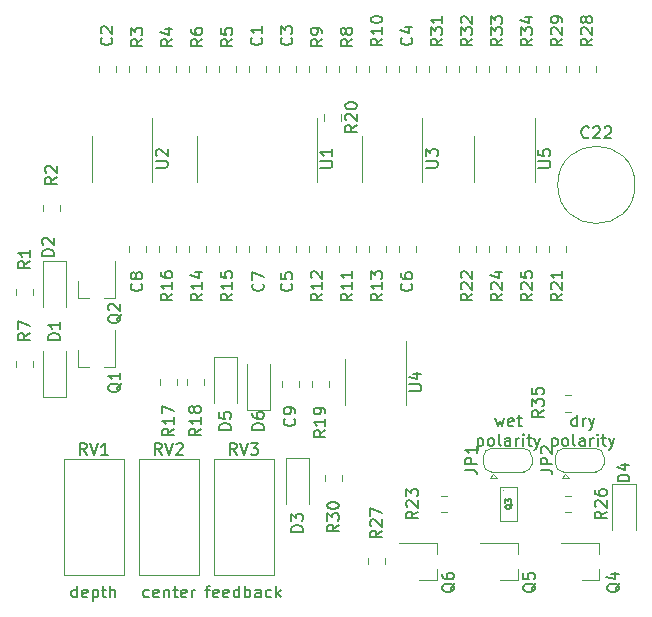
<source format=gbr>
G04 #@! TF.GenerationSoftware,KiCad,Pcbnew,5.1.6-c6e7f7d~87~ubuntu18.04.1*
G04 #@! TF.CreationDate,2020-08-19T11:53:39-04:00*
G04 #@! TF.ProjectId,four_pole_lpf,666f7572-5f70-46f6-9c65-5f6c70662e6b,rev?*
G04 #@! TF.SameCoordinates,Original*
G04 #@! TF.FileFunction,Legend,Top*
G04 #@! TF.FilePolarity,Positive*
%FSLAX46Y46*%
G04 Gerber Fmt 4.6, Leading zero omitted, Abs format (unit mm)*
G04 Created by KiCad (PCBNEW 5.1.6-c6e7f7d~87~ubuntu18.04.1) date 2020-08-19 11:53:39*
%MOMM*%
%LPD*%
G01*
G04 APERTURE LIST*
%ADD10C,0.150000*%
%ADD11C,0.120000*%
%ADD12C,0.125000*%
%ADD13C,0.127000*%
G04 APERTURE END LIST*
D10*
X139985809Y-101532180D02*
X139985809Y-100532180D01*
X139985809Y-101484561D02*
X139890571Y-101532180D01*
X139700095Y-101532180D01*
X139604857Y-101484561D01*
X139557238Y-101436942D01*
X139509619Y-101341704D01*
X139509619Y-101055990D01*
X139557238Y-100960752D01*
X139604857Y-100913133D01*
X139700095Y-100865514D01*
X139890571Y-100865514D01*
X139985809Y-100913133D01*
X140462000Y-101532180D02*
X140462000Y-100865514D01*
X140462000Y-101055990D02*
X140509619Y-100960752D01*
X140557238Y-100913133D01*
X140652476Y-100865514D01*
X140747714Y-100865514D01*
X140985809Y-100865514D02*
X141223904Y-101532180D01*
X141462000Y-100865514D02*
X141223904Y-101532180D01*
X141128666Y-101770276D01*
X141081047Y-101817895D01*
X140985809Y-101865514D01*
X137866761Y-102515514D02*
X137866761Y-103515514D01*
X137866761Y-102563133D02*
X137962000Y-102515514D01*
X138152476Y-102515514D01*
X138247714Y-102563133D01*
X138295333Y-102610752D01*
X138342952Y-102705990D01*
X138342952Y-102991704D01*
X138295333Y-103086942D01*
X138247714Y-103134561D01*
X138152476Y-103182180D01*
X137962000Y-103182180D01*
X137866761Y-103134561D01*
X138914380Y-103182180D02*
X138819142Y-103134561D01*
X138771523Y-103086942D01*
X138723904Y-102991704D01*
X138723904Y-102705990D01*
X138771523Y-102610752D01*
X138819142Y-102563133D01*
X138914380Y-102515514D01*
X139057238Y-102515514D01*
X139152476Y-102563133D01*
X139200095Y-102610752D01*
X139247714Y-102705990D01*
X139247714Y-102991704D01*
X139200095Y-103086942D01*
X139152476Y-103134561D01*
X139057238Y-103182180D01*
X138914380Y-103182180D01*
X139819142Y-103182180D02*
X139723904Y-103134561D01*
X139676285Y-103039323D01*
X139676285Y-102182180D01*
X140628666Y-103182180D02*
X140628666Y-102658371D01*
X140581047Y-102563133D01*
X140485809Y-102515514D01*
X140295333Y-102515514D01*
X140200095Y-102563133D01*
X140628666Y-103134561D02*
X140533428Y-103182180D01*
X140295333Y-103182180D01*
X140200095Y-103134561D01*
X140152476Y-103039323D01*
X140152476Y-102944085D01*
X140200095Y-102848847D01*
X140295333Y-102801228D01*
X140533428Y-102801228D01*
X140628666Y-102753609D01*
X141104857Y-103182180D02*
X141104857Y-102515514D01*
X141104857Y-102705990D02*
X141152476Y-102610752D01*
X141200095Y-102563133D01*
X141295333Y-102515514D01*
X141390571Y-102515514D01*
X141723904Y-103182180D02*
X141723904Y-102515514D01*
X141723904Y-102182180D02*
X141676285Y-102229800D01*
X141723904Y-102277419D01*
X141771523Y-102229800D01*
X141723904Y-102182180D01*
X141723904Y-102277419D01*
X142057238Y-102515514D02*
X142438190Y-102515514D01*
X142200095Y-102182180D02*
X142200095Y-103039323D01*
X142247714Y-103134561D01*
X142342952Y-103182180D01*
X142438190Y-103182180D01*
X142676285Y-102515514D02*
X142914380Y-103182180D01*
X143152476Y-102515514D02*
X142914380Y-103182180D01*
X142819142Y-103420276D01*
X142771523Y-103467895D01*
X142676285Y-103515514D01*
X133067561Y-100865514D02*
X133258038Y-101532180D01*
X133448514Y-101055990D01*
X133638990Y-101532180D01*
X133829466Y-100865514D01*
X134591371Y-101484561D02*
X134496133Y-101532180D01*
X134305657Y-101532180D01*
X134210419Y-101484561D01*
X134162800Y-101389323D01*
X134162800Y-101008371D01*
X134210419Y-100913133D01*
X134305657Y-100865514D01*
X134496133Y-100865514D01*
X134591371Y-100913133D01*
X134638990Y-101008371D01*
X134638990Y-101103609D01*
X134162800Y-101198847D01*
X134924704Y-100865514D02*
X135305657Y-100865514D01*
X135067561Y-100532180D02*
X135067561Y-101389323D01*
X135115180Y-101484561D01*
X135210419Y-101532180D01*
X135305657Y-101532180D01*
X131567561Y-102515514D02*
X131567561Y-103515514D01*
X131567561Y-102563133D02*
X131662800Y-102515514D01*
X131853276Y-102515514D01*
X131948514Y-102563133D01*
X131996133Y-102610752D01*
X132043752Y-102705990D01*
X132043752Y-102991704D01*
X131996133Y-103086942D01*
X131948514Y-103134561D01*
X131853276Y-103182180D01*
X131662800Y-103182180D01*
X131567561Y-103134561D01*
X132615180Y-103182180D02*
X132519942Y-103134561D01*
X132472323Y-103086942D01*
X132424704Y-102991704D01*
X132424704Y-102705990D01*
X132472323Y-102610752D01*
X132519942Y-102563133D01*
X132615180Y-102515514D01*
X132758038Y-102515514D01*
X132853276Y-102563133D01*
X132900895Y-102610752D01*
X132948514Y-102705990D01*
X132948514Y-102991704D01*
X132900895Y-103086942D01*
X132853276Y-103134561D01*
X132758038Y-103182180D01*
X132615180Y-103182180D01*
X133519942Y-103182180D02*
X133424704Y-103134561D01*
X133377085Y-103039323D01*
X133377085Y-102182180D01*
X134329466Y-103182180D02*
X134329466Y-102658371D01*
X134281847Y-102563133D01*
X134186609Y-102515514D01*
X133996133Y-102515514D01*
X133900895Y-102563133D01*
X134329466Y-103134561D02*
X134234228Y-103182180D01*
X133996133Y-103182180D01*
X133900895Y-103134561D01*
X133853276Y-103039323D01*
X133853276Y-102944085D01*
X133900895Y-102848847D01*
X133996133Y-102801228D01*
X134234228Y-102801228D01*
X134329466Y-102753609D01*
X134805657Y-103182180D02*
X134805657Y-102515514D01*
X134805657Y-102705990D02*
X134853276Y-102610752D01*
X134900895Y-102563133D01*
X134996133Y-102515514D01*
X135091371Y-102515514D01*
X135424704Y-103182180D02*
X135424704Y-102515514D01*
X135424704Y-102182180D02*
X135377085Y-102229800D01*
X135424704Y-102277419D01*
X135472323Y-102229800D01*
X135424704Y-102182180D01*
X135424704Y-102277419D01*
X135758038Y-102515514D02*
X136138990Y-102515514D01*
X135900895Y-102182180D02*
X135900895Y-103039323D01*
X135948514Y-103134561D01*
X136043752Y-103182180D01*
X136138990Y-103182180D01*
X136377085Y-102515514D02*
X136615180Y-103182180D01*
X136853276Y-102515514D02*
X136615180Y-103182180D01*
X136519942Y-103420276D01*
X136472323Y-103467895D01*
X136377085Y-103515514D01*
X97655238Y-116022380D02*
X97655238Y-115022380D01*
X97655238Y-115974761D02*
X97560000Y-116022380D01*
X97369523Y-116022380D01*
X97274285Y-115974761D01*
X97226666Y-115927142D01*
X97179047Y-115831904D01*
X97179047Y-115546190D01*
X97226666Y-115450952D01*
X97274285Y-115403333D01*
X97369523Y-115355714D01*
X97560000Y-115355714D01*
X97655238Y-115403333D01*
X98512380Y-115974761D02*
X98417142Y-116022380D01*
X98226666Y-116022380D01*
X98131428Y-115974761D01*
X98083809Y-115879523D01*
X98083809Y-115498571D01*
X98131428Y-115403333D01*
X98226666Y-115355714D01*
X98417142Y-115355714D01*
X98512380Y-115403333D01*
X98560000Y-115498571D01*
X98560000Y-115593809D01*
X98083809Y-115689047D01*
X98988571Y-115355714D02*
X98988571Y-116355714D01*
X98988571Y-115403333D02*
X99083809Y-115355714D01*
X99274285Y-115355714D01*
X99369523Y-115403333D01*
X99417142Y-115450952D01*
X99464761Y-115546190D01*
X99464761Y-115831904D01*
X99417142Y-115927142D01*
X99369523Y-115974761D01*
X99274285Y-116022380D01*
X99083809Y-116022380D01*
X98988571Y-115974761D01*
X99750476Y-115355714D02*
X100131428Y-115355714D01*
X99893333Y-115022380D02*
X99893333Y-115879523D01*
X99940952Y-115974761D01*
X100036190Y-116022380D01*
X100131428Y-116022380D01*
X100464761Y-116022380D02*
X100464761Y-115022380D01*
X100893333Y-116022380D02*
X100893333Y-115498571D01*
X100845714Y-115403333D01*
X100750476Y-115355714D01*
X100607619Y-115355714D01*
X100512380Y-115403333D01*
X100464761Y-115450952D01*
X103743333Y-115974761D02*
X103648095Y-116022380D01*
X103457619Y-116022380D01*
X103362380Y-115974761D01*
X103314761Y-115927142D01*
X103267142Y-115831904D01*
X103267142Y-115546190D01*
X103314761Y-115450952D01*
X103362380Y-115403333D01*
X103457619Y-115355714D01*
X103648095Y-115355714D01*
X103743333Y-115403333D01*
X104552857Y-115974761D02*
X104457619Y-116022380D01*
X104267142Y-116022380D01*
X104171904Y-115974761D01*
X104124285Y-115879523D01*
X104124285Y-115498571D01*
X104171904Y-115403333D01*
X104267142Y-115355714D01*
X104457619Y-115355714D01*
X104552857Y-115403333D01*
X104600476Y-115498571D01*
X104600476Y-115593809D01*
X104124285Y-115689047D01*
X105029047Y-115355714D02*
X105029047Y-116022380D01*
X105029047Y-115450952D02*
X105076666Y-115403333D01*
X105171904Y-115355714D01*
X105314761Y-115355714D01*
X105410000Y-115403333D01*
X105457619Y-115498571D01*
X105457619Y-116022380D01*
X105790952Y-115355714D02*
X106171904Y-115355714D01*
X105933809Y-115022380D02*
X105933809Y-115879523D01*
X105981428Y-115974761D01*
X106076666Y-116022380D01*
X106171904Y-116022380D01*
X106886190Y-115974761D02*
X106790952Y-116022380D01*
X106600476Y-116022380D01*
X106505238Y-115974761D01*
X106457619Y-115879523D01*
X106457619Y-115498571D01*
X106505238Y-115403333D01*
X106600476Y-115355714D01*
X106790952Y-115355714D01*
X106886190Y-115403333D01*
X106933809Y-115498571D01*
X106933809Y-115593809D01*
X106457619Y-115689047D01*
X107362380Y-116022380D02*
X107362380Y-115355714D01*
X107362380Y-115546190D02*
X107410000Y-115450952D01*
X107457619Y-115403333D01*
X107552857Y-115355714D01*
X107648095Y-115355714D01*
X108521904Y-115355714D02*
X108902857Y-115355714D01*
X108664761Y-116022380D02*
X108664761Y-115165238D01*
X108712380Y-115070000D01*
X108807619Y-115022380D01*
X108902857Y-115022380D01*
X109617142Y-115974761D02*
X109521904Y-116022380D01*
X109331428Y-116022380D01*
X109236190Y-115974761D01*
X109188571Y-115879523D01*
X109188571Y-115498571D01*
X109236190Y-115403333D01*
X109331428Y-115355714D01*
X109521904Y-115355714D01*
X109617142Y-115403333D01*
X109664761Y-115498571D01*
X109664761Y-115593809D01*
X109188571Y-115689047D01*
X110474285Y-115974761D02*
X110379047Y-116022380D01*
X110188571Y-116022380D01*
X110093333Y-115974761D01*
X110045714Y-115879523D01*
X110045714Y-115498571D01*
X110093333Y-115403333D01*
X110188571Y-115355714D01*
X110379047Y-115355714D01*
X110474285Y-115403333D01*
X110521904Y-115498571D01*
X110521904Y-115593809D01*
X110045714Y-115689047D01*
X111379047Y-116022380D02*
X111379047Y-115022380D01*
X111379047Y-115974761D02*
X111283809Y-116022380D01*
X111093333Y-116022380D01*
X110998095Y-115974761D01*
X110950476Y-115927142D01*
X110902857Y-115831904D01*
X110902857Y-115546190D01*
X110950476Y-115450952D01*
X110998095Y-115403333D01*
X111093333Y-115355714D01*
X111283809Y-115355714D01*
X111379047Y-115403333D01*
X111855238Y-116022380D02*
X111855238Y-115022380D01*
X111855238Y-115403333D02*
X111950476Y-115355714D01*
X112140952Y-115355714D01*
X112236190Y-115403333D01*
X112283809Y-115450952D01*
X112331428Y-115546190D01*
X112331428Y-115831904D01*
X112283809Y-115927142D01*
X112236190Y-115974761D01*
X112140952Y-116022380D01*
X111950476Y-116022380D01*
X111855238Y-115974761D01*
X113188571Y-116022380D02*
X113188571Y-115498571D01*
X113140952Y-115403333D01*
X113045714Y-115355714D01*
X112855238Y-115355714D01*
X112760000Y-115403333D01*
X113188571Y-115974761D02*
X113093333Y-116022380D01*
X112855238Y-116022380D01*
X112760000Y-115974761D01*
X112712380Y-115879523D01*
X112712380Y-115784285D01*
X112760000Y-115689047D01*
X112855238Y-115641428D01*
X113093333Y-115641428D01*
X113188571Y-115593809D01*
X114093333Y-115974761D02*
X113998095Y-116022380D01*
X113807619Y-116022380D01*
X113712380Y-115974761D01*
X113664761Y-115927142D01*
X113617142Y-115831904D01*
X113617142Y-115546190D01*
X113664761Y-115450952D01*
X113712380Y-115403333D01*
X113807619Y-115355714D01*
X113998095Y-115355714D01*
X114093333Y-115403333D01*
X114521904Y-116022380D02*
X114521904Y-115022380D01*
X114617142Y-115641428D02*
X114902857Y-116022380D01*
X114902857Y-115355714D02*
X114521904Y-115736666D01*
D11*
X139504052Y-100278000D02*
X138981548Y-100278000D01*
X139504052Y-98858000D02*
X138981548Y-98858000D01*
X139008000Y-105594000D02*
X139308000Y-105894000D01*
X138708000Y-105894000D02*
X139308000Y-105894000D01*
X139008000Y-105594000D02*
X138708000Y-105894000D01*
X138158000Y-104694000D02*
X138158000Y-104094000D01*
X141608000Y-105394000D02*
X138808000Y-105394000D01*
X142258000Y-104094000D02*
X142258000Y-104694000D01*
X138808000Y-103394000D02*
X141608000Y-103394000D01*
X138158000Y-104094000D02*
G75*
G02*
X138858000Y-103394000I700000J0D01*
G01*
X138858000Y-105394000D02*
G75*
G02*
X138158000Y-104694000I0J700000D01*
G01*
X142258000Y-104694000D02*
G75*
G02*
X141558000Y-105394000I-700000J0D01*
G01*
X141558000Y-103394000D02*
G75*
G02*
X142258000Y-104094000I0J-700000D01*
G01*
X112030000Y-100168000D02*
X112030000Y-96268000D01*
X114030000Y-100168000D02*
X114030000Y-96268000D01*
X112030000Y-100168000D02*
X114030000Y-100168000D01*
X111236000Y-95667000D02*
X111236000Y-99567000D01*
X109236000Y-95667000D02*
X109236000Y-99567000D01*
X111236000Y-95667000D02*
X109236000Y-95667000D01*
X144895000Y-81089500D02*
G75*
G03*
X144895000Y-81089500I-3270000J0D01*
G01*
X131298000Y-78867000D02*
X131298000Y-80817000D01*
X131298000Y-78867000D02*
X131298000Y-76917000D01*
X136418000Y-78867000D02*
X136418000Y-80817000D01*
X136418000Y-78867000D02*
X136418000Y-75417000D01*
X120376000Y-97790000D02*
X120376000Y-99740000D01*
X120376000Y-97790000D02*
X120376000Y-95840000D01*
X125496000Y-97790000D02*
X125496000Y-99740000D01*
X125496000Y-97790000D02*
X125496000Y-94340000D01*
X121773000Y-78867000D02*
X121773000Y-80817000D01*
X121773000Y-78867000D02*
X121773000Y-76917000D01*
X126893000Y-78867000D02*
X126893000Y-80817000D01*
X126893000Y-78867000D02*
X126893000Y-75417000D01*
X98913000Y-78867000D02*
X98913000Y-80817000D01*
X98913000Y-78867000D02*
X98913000Y-76917000D01*
X104033000Y-78867000D02*
X104033000Y-80817000D01*
X104033000Y-78867000D02*
X104033000Y-75417000D01*
X107843000Y-78867000D02*
X107843000Y-80817000D01*
X107843000Y-78867000D02*
X107843000Y-76917000D01*
X117963000Y-78867000D02*
X117963000Y-80817000D01*
X117963000Y-78867000D02*
X117963000Y-75417000D01*
X114290000Y-104335000D02*
X114290000Y-114105000D01*
X109220000Y-104335000D02*
X109220000Y-114105000D01*
X114290000Y-104335000D02*
X109220000Y-104335000D01*
X114290000Y-114105000D02*
X109220000Y-114105000D01*
X107940000Y-104335000D02*
X107940000Y-114105000D01*
X102870000Y-104335000D02*
X102870000Y-114105000D01*
X107940000Y-104335000D02*
X102870000Y-104335000D01*
X107940000Y-114105000D02*
X102870000Y-114105000D01*
X101590000Y-104335000D02*
X101590000Y-114105000D01*
X96520000Y-104335000D02*
X96520000Y-114105000D01*
X101590000Y-104335000D02*
X96520000Y-104335000D01*
X101590000Y-114105000D02*
X96520000Y-114105000D01*
X136473000Y-70985748D02*
X136473000Y-71508252D01*
X135053000Y-70985748D02*
X135053000Y-71508252D01*
X132513000Y-71508252D02*
X132513000Y-70985748D01*
X133933000Y-71508252D02*
X133933000Y-70985748D01*
X129973000Y-71508252D02*
X129973000Y-70985748D01*
X131393000Y-71508252D02*
X131393000Y-70985748D01*
X127433000Y-71508252D02*
X127433000Y-70985748D01*
X128853000Y-71508252D02*
X128853000Y-70985748D01*
X118670000Y-106170252D02*
X118670000Y-105647748D01*
X120090000Y-106170252D02*
X120090000Y-105647748D01*
X139013000Y-70985748D02*
X139013000Y-71508252D01*
X137593000Y-70985748D02*
X137593000Y-71508252D01*
X141553000Y-70985748D02*
X141553000Y-71508252D01*
X140133000Y-70985748D02*
X140133000Y-71508252D01*
X122302200Y-113215052D02*
X122302200Y-112692548D01*
X123722200Y-113215052D02*
X123722200Y-112692548D01*
X139513052Y-108812400D02*
X138990548Y-108812400D01*
X139513052Y-107392400D02*
X138990548Y-107392400D01*
X136473000Y-86225748D02*
X136473000Y-86748252D01*
X135053000Y-86225748D02*
X135053000Y-86748252D01*
X133933000Y-86225748D02*
X133933000Y-86748252D01*
X132513000Y-86225748D02*
X132513000Y-86748252D01*
X128456948Y-107392400D02*
X128979452Y-107392400D01*
X128456948Y-108812400D02*
X128979452Y-108812400D01*
X129973000Y-86748252D02*
X129973000Y-86225748D01*
X131393000Y-86748252D02*
X131393000Y-86225748D01*
X139013000Y-86225748D02*
X139013000Y-86748252D01*
X137593000Y-86225748D02*
X137593000Y-86748252D01*
X118543000Y-75644752D02*
X118543000Y-75122248D01*
X119963000Y-75644752D02*
X119963000Y-75122248D01*
X117527000Y-98178252D02*
X117527000Y-97655748D01*
X118947000Y-98178252D02*
X118947000Y-97655748D01*
X108406000Y-97519748D02*
X108406000Y-98042252D01*
X106986000Y-97519748D02*
X106986000Y-98042252D01*
X106120000Y-97519748D02*
X106120000Y-98042252D01*
X104700000Y-97519748D02*
X104700000Y-98042252D01*
X104573000Y-86748252D02*
X104573000Y-86225748D01*
X105993000Y-86748252D02*
X105993000Y-86225748D01*
X109653000Y-86748252D02*
X109653000Y-86225748D01*
X111073000Y-86748252D02*
X111073000Y-86225748D01*
X108533000Y-86225748D02*
X108533000Y-86748252D01*
X107113000Y-86225748D02*
X107113000Y-86748252D01*
X122353000Y-86748252D02*
X122353000Y-86225748D01*
X123773000Y-86748252D02*
X123773000Y-86225748D01*
X117273000Y-86748252D02*
X117273000Y-86225748D01*
X118693000Y-86748252D02*
X118693000Y-86225748D01*
X121233000Y-86225748D02*
X121233000Y-86748252D01*
X119813000Y-86225748D02*
X119813000Y-86748252D01*
X123773000Y-70985748D02*
X123773000Y-71508252D01*
X122353000Y-70985748D02*
X122353000Y-71508252D01*
X118693000Y-70985748D02*
X118693000Y-71508252D01*
X117273000Y-70985748D02*
X117273000Y-71508252D01*
X119813000Y-71508252D02*
X119813000Y-70985748D01*
X121233000Y-71508252D02*
X121233000Y-70985748D01*
X92508000Y-96527252D02*
X92508000Y-96004748D01*
X93928000Y-96527252D02*
X93928000Y-96004748D01*
X108533000Y-70985748D02*
X108533000Y-71508252D01*
X107113000Y-70985748D02*
X107113000Y-71508252D01*
X111073000Y-70985748D02*
X111073000Y-71508252D01*
X109653000Y-70985748D02*
X109653000Y-71508252D01*
X104573000Y-71508252D02*
X104573000Y-70985748D01*
X105993000Y-71508252D02*
X105993000Y-70985748D01*
X102033000Y-71508252D02*
X102033000Y-70985748D01*
X103453000Y-71508252D02*
X103453000Y-70985748D01*
X94794000Y-83310252D02*
X94794000Y-82787748D01*
X96214000Y-83310252D02*
X96214000Y-82787748D01*
X93928000Y-89908748D02*
X93928000Y-90431252D01*
X92508000Y-89908748D02*
X92508000Y-90431252D01*
X128090200Y-114533800D02*
X128090200Y-113603800D01*
X128090200Y-111373800D02*
X128090200Y-112303800D01*
X128090200Y-111373800D02*
X124930200Y-111373800D01*
X128090200Y-114533800D02*
X126630200Y-114533800D01*
X134948200Y-114533800D02*
X134948200Y-113603800D01*
X134948200Y-111373800D02*
X134948200Y-112303800D01*
X134948200Y-111373800D02*
X131788200Y-111373800D01*
X134948200Y-114533800D02*
X133488200Y-114533800D01*
X141830200Y-114533800D02*
X141830200Y-113603800D01*
X141830200Y-111373800D02*
X141830200Y-112303800D01*
X141830200Y-111373800D02*
X138670200Y-111373800D01*
X141830200Y-114533800D02*
X140370200Y-114533800D01*
D12*
X133788200Y-106946799D02*
G75*
G03*
X133788200Y-106946799I-50000J0D01*
G01*
X134938200Y-106646799D02*
X134938200Y-109546799D01*
X134938200Y-109546799D02*
X133438200Y-109546799D01*
X133438200Y-109546799D02*
X133438200Y-106646799D01*
X133438200Y-106646799D02*
X134938200Y-106646799D01*
D11*
X97734000Y-90700000D02*
X98664000Y-90700000D01*
X100894000Y-90700000D02*
X99964000Y-90700000D01*
X100894000Y-90700000D02*
X100894000Y-87540000D01*
X97734000Y-90700000D02*
X97734000Y-89240000D01*
X97734000Y-96542000D02*
X98664000Y-96542000D01*
X100894000Y-96542000D02*
X99964000Y-96542000D01*
X100894000Y-96542000D02*
X100894000Y-93382000D01*
X97734000Y-96542000D02*
X97734000Y-95082000D01*
X132912000Y-105594000D02*
X133212000Y-105894000D01*
X132612000Y-105894000D02*
X133212000Y-105894000D01*
X132912000Y-105594000D02*
X132612000Y-105894000D01*
X132062000Y-104694000D02*
X132062000Y-104094000D01*
X135512000Y-105394000D02*
X132712000Y-105394000D01*
X136162000Y-104094000D02*
X136162000Y-104694000D01*
X132712000Y-103394000D02*
X135512000Y-103394000D01*
X132062000Y-104094000D02*
G75*
G02*
X132762000Y-103394000I700000J0D01*
G01*
X132762000Y-105394000D02*
G75*
G02*
X132062000Y-104694000I0J700000D01*
G01*
X136162000Y-104694000D02*
G75*
G02*
X135462000Y-105394000I-700000J0D01*
G01*
X135462000Y-103394000D02*
G75*
G02*
X136162000Y-104094000I0J-700000D01*
G01*
X144967200Y-106385800D02*
X142967200Y-106385800D01*
X142967200Y-106385800D02*
X142967200Y-110285800D01*
X144967200Y-106385800D02*
X144967200Y-110285800D01*
X117332000Y-104176000D02*
X115332000Y-104176000D01*
X115332000Y-104176000D02*
X115332000Y-108076000D01*
X117332000Y-104176000D02*
X117332000Y-108076000D01*
X96758000Y-87538000D02*
X94758000Y-87538000D01*
X94758000Y-87538000D02*
X94758000Y-91438000D01*
X96758000Y-87538000D02*
X96758000Y-91438000D01*
X94758000Y-99024000D02*
X96758000Y-99024000D01*
X96758000Y-99024000D02*
X96758000Y-95124000D01*
X94758000Y-99024000D02*
X94758000Y-95124000D01*
X114987000Y-98178252D02*
X114987000Y-97655748D01*
X116407000Y-98178252D02*
X116407000Y-97655748D01*
X102033000Y-86748252D02*
X102033000Y-86225748D01*
X103453000Y-86748252D02*
X103453000Y-86225748D01*
X113613000Y-86225748D02*
X113613000Y-86748252D01*
X112193000Y-86225748D02*
X112193000Y-86748252D01*
X124893000Y-86748252D02*
X124893000Y-86225748D01*
X126313000Y-86748252D02*
X126313000Y-86225748D01*
X116153000Y-86225748D02*
X116153000Y-86748252D01*
X114733000Y-86225748D02*
X114733000Y-86748252D01*
X126313000Y-70985748D02*
X126313000Y-71508252D01*
X124893000Y-70985748D02*
X124893000Y-71508252D01*
X114733000Y-71508252D02*
X114733000Y-70985748D01*
X116153000Y-71508252D02*
X116153000Y-70985748D01*
X100913000Y-70985748D02*
X100913000Y-71508252D01*
X99493000Y-70985748D02*
X99493000Y-71508252D01*
X112193000Y-71508252D02*
X112193000Y-70985748D01*
X113613000Y-71508252D02*
X113613000Y-70985748D01*
D10*
X137155180Y-100160057D02*
X136678990Y-100493390D01*
X137155180Y-100731485D02*
X136155180Y-100731485D01*
X136155180Y-100350533D01*
X136202800Y-100255295D01*
X136250419Y-100207676D01*
X136345657Y-100160057D01*
X136488514Y-100160057D01*
X136583752Y-100207676D01*
X136631371Y-100255295D01*
X136678990Y-100350533D01*
X136678990Y-100731485D01*
X136155180Y-99826723D02*
X136155180Y-99207676D01*
X136536133Y-99541009D01*
X136536133Y-99398152D01*
X136583752Y-99302914D01*
X136631371Y-99255295D01*
X136726609Y-99207676D01*
X136964704Y-99207676D01*
X137059942Y-99255295D01*
X137107561Y-99302914D01*
X137155180Y-99398152D01*
X137155180Y-99683866D01*
X137107561Y-99779104D01*
X137059942Y-99826723D01*
X136155180Y-98302914D02*
X136155180Y-98779104D01*
X136631371Y-98826723D01*
X136583752Y-98779104D01*
X136536133Y-98683866D01*
X136536133Y-98445771D01*
X136583752Y-98350533D01*
X136631371Y-98302914D01*
X136726609Y-98255295D01*
X136964704Y-98255295D01*
X137059942Y-98302914D01*
X137107561Y-98350533D01*
X137155180Y-98445771D01*
X137155180Y-98683866D01*
X137107561Y-98779104D01*
X137059942Y-98826723D01*
X136896380Y-105227333D02*
X137610666Y-105227333D01*
X137753523Y-105274952D01*
X137848761Y-105370190D01*
X137896380Y-105513047D01*
X137896380Y-105608285D01*
X137896380Y-104751142D02*
X136896380Y-104751142D01*
X136896380Y-104370190D01*
X136944000Y-104274952D01*
X136991619Y-104227333D01*
X137086857Y-104179714D01*
X137229714Y-104179714D01*
X137324952Y-104227333D01*
X137372571Y-104274952D01*
X137420190Y-104370190D01*
X137420190Y-104751142D01*
X136991619Y-103798761D02*
X136944000Y-103751142D01*
X136896380Y-103655904D01*
X136896380Y-103417809D01*
X136944000Y-103322571D01*
X136991619Y-103274952D01*
X137086857Y-103227333D01*
X137182095Y-103227333D01*
X137324952Y-103274952D01*
X137896380Y-103846380D01*
X137896380Y-103227333D01*
X113482380Y-101831095D02*
X112482380Y-101831095D01*
X112482380Y-101593000D01*
X112530000Y-101450142D01*
X112625238Y-101354904D01*
X112720476Y-101307285D01*
X112910952Y-101259666D01*
X113053809Y-101259666D01*
X113244285Y-101307285D01*
X113339523Y-101354904D01*
X113434761Y-101450142D01*
X113482380Y-101593000D01*
X113482380Y-101831095D01*
X112482380Y-100402523D02*
X112482380Y-100593000D01*
X112530000Y-100688238D01*
X112577619Y-100735857D01*
X112720476Y-100831095D01*
X112910952Y-100878714D01*
X113291904Y-100878714D01*
X113387142Y-100831095D01*
X113434761Y-100783476D01*
X113482380Y-100688238D01*
X113482380Y-100497761D01*
X113434761Y-100402523D01*
X113387142Y-100354904D01*
X113291904Y-100307285D01*
X113053809Y-100307285D01*
X112958571Y-100354904D01*
X112910952Y-100402523D01*
X112863333Y-100497761D01*
X112863333Y-100688238D01*
X112910952Y-100783476D01*
X112958571Y-100831095D01*
X113053809Y-100878714D01*
X110688380Y-101830095D02*
X109688380Y-101830095D01*
X109688380Y-101592000D01*
X109736000Y-101449142D01*
X109831238Y-101353904D01*
X109926476Y-101306285D01*
X110116952Y-101258666D01*
X110259809Y-101258666D01*
X110450285Y-101306285D01*
X110545523Y-101353904D01*
X110640761Y-101449142D01*
X110688380Y-101592000D01*
X110688380Y-101830095D01*
X109688380Y-100353904D02*
X109688380Y-100830095D01*
X110164571Y-100877714D01*
X110116952Y-100830095D01*
X110069333Y-100734857D01*
X110069333Y-100496761D01*
X110116952Y-100401523D01*
X110164571Y-100353904D01*
X110259809Y-100306285D01*
X110497904Y-100306285D01*
X110593142Y-100353904D01*
X110640761Y-100401523D01*
X110688380Y-100496761D01*
X110688380Y-100734857D01*
X110640761Y-100830095D01*
X110593142Y-100877714D01*
X140982142Y-77046642D02*
X140934523Y-77094261D01*
X140791666Y-77141880D01*
X140696428Y-77141880D01*
X140553571Y-77094261D01*
X140458333Y-76999023D01*
X140410714Y-76903785D01*
X140363095Y-76713309D01*
X140363095Y-76570452D01*
X140410714Y-76379976D01*
X140458333Y-76284738D01*
X140553571Y-76189500D01*
X140696428Y-76141880D01*
X140791666Y-76141880D01*
X140934523Y-76189500D01*
X140982142Y-76237119D01*
X141363095Y-76237119D02*
X141410714Y-76189500D01*
X141505952Y-76141880D01*
X141744047Y-76141880D01*
X141839285Y-76189500D01*
X141886904Y-76237119D01*
X141934523Y-76332357D01*
X141934523Y-76427595D01*
X141886904Y-76570452D01*
X141315476Y-77141880D01*
X141934523Y-77141880D01*
X142315476Y-76237119D02*
X142363095Y-76189500D01*
X142458333Y-76141880D01*
X142696428Y-76141880D01*
X142791666Y-76189500D01*
X142839285Y-76237119D01*
X142886904Y-76332357D01*
X142886904Y-76427595D01*
X142839285Y-76570452D01*
X142267857Y-77141880D01*
X142886904Y-77141880D01*
X136710380Y-79628904D02*
X137519904Y-79628904D01*
X137615142Y-79581285D01*
X137662761Y-79533666D01*
X137710380Y-79438428D01*
X137710380Y-79247952D01*
X137662761Y-79152714D01*
X137615142Y-79105095D01*
X137519904Y-79057476D01*
X136710380Y-79057476D01*
X136710380Y-78105095D02*
X136710380Y-78581285D01*
X137186571Y-78628904D01*
X137138952Y-78581285D01*
X137091333Y-78486047D01*
X137091333Y-78247952D01*
X137138952Y-78152714D01*
X137186571Y-78105095D01*
X137281809Y-78057476D01*
X137519904Y-78057476D01*
X137615142Y-78105095D01*
X137662761Y-78152714D01*
X137710380Y-78247952D01*
X137710380Y-78486047D01*
X137662761Y-78581285D01*
X137615142Y-78628904D01*
X125788380Y-98551904D02*
X126597904Y-98551904D01*
X126693142Y-98504285D01*
X126740761Y-98456666D01*
X126788380Y-98361428D01*
X126788380Y-98170952D01*
X126740761Y-98075714D01*
X126693142Y-98028095D01*
X126597904Y-97980476D01*
X125788380Y-97980476D01*
X126121714Y-97075714D02*
X126788380Y-97075714D01*
X125740761Y-97313809D02*
X126455047Y-97551904D01*
X126455047Y-96932857D01*
X127185380Y-79628904D02*
X127994904Y-79628904D01*
X128090142Y-79581285D01*
X128137761Y-79533666D01*
X128185380Y-79438428D01*
X128185380Y-79247952D01*
X128137761Y-79152714D01*
X128090142Y-79105095D01*
X127994904Y-79057476D01*
X127185380Y-79057476D01*
X127185380Y-78676523D02*
X127185380Y-78057476D01*
X127566333Y-78390809D01*
X127566333Y-78247952D01*
X127613952Y-78152714D01*
X127661571Y-78105095D01*
X127756809Y-78057476D01*
X127994904Y-78057476D01*
X128090142Y-78105095D01*
X128137761Y-78152714D01*
X128185380Y-78247952D01*
X128185380Y-78533666D01*
X128137761Y-78628904D01*
X128090142Y-78676523D01*
X104325380Y-79628904D02*
X105134904Y-79628904D01*
X105230142Y-79581285D01*
X105277761Y-79533666D01*
X105325380Y-79438428D01*
X105325380Y-79247952D01*
X105277761Y-79152714D01*
X105230142Y-79105095D01*
X105134904Y-79057476D01*
X104325380Y-79057476D01*
X104420619Y-78628904D02*
X104373000Y-78581285D01*
X104325380Y-78486047D01*
X104325380Y-78247952D01*
X104373000Y-78152714D01*
X104420619Y-78105095D01*
X104515857Y-78057476D01*
X104611095Y-78057476D01*
X104753952Y-78105095D01*
X105325380Y-78676523D01*
X105325380Y-78057476D01*
X118255380Y-79628904D02*
X119064904Y-79628904D01*
X119160142Y-79581285D01*
X119207761Y-79533666D01*
X119255380Y-79438428D01*
X119255380Y-79247952D01*
X119207761Y-79152714D01*
X119160142Y-79105095D01*
X119064904Y-79057476D01*
X118255380Y-79057476D01*
X119255380Y-78057476D02*
X119255380Y-78628904D01*
X119255380Y-78343190D02*
X118255380Y-78343190D01*
X118398238Y-78438428D01*
X118493476Y-78533666D01*
X118541095Y-78628904D01*
X111164761Y-103957380D02*
X110831428Y-103481190D01*
X110593333Y-103957380D02*
X110593333Y-102957380D01*
X110974285Y-102957380D01*
X111069523Y-103005000D01*
X111117142Y-103052619D01*
X111164761Y-103147857D01*
X111164761Y-103290714D01*
X111117142Y-103385952D01*
X111069523Y-103433571D01*
X110974285Y-103481190D01*
X110593333Y-103481190D01*
X111450476Y-102957380D02*
X111783809Y-103957380D01*
X112117142Y-102957380D01*
X112355238Y-102957380D02*
X112974285Y-102957380D01*
X112640952Y-103338333D01*
X112783809Y-103338333D01*
X112879047Y-103385952D01*
X112926666Y-103433571D01*
X112974285Y-103528809D01*
X112974285Y-103766904D01*
X112926666Y-103862142D01*
X112879047Y-103909761D01*
X112783809Y-103957380D01*
X112498095Y-103957380D01*
X112402857Y-103909761D01*
X112355238Y-103862142D01*
X104814761Y-103957380D02*
X104481428Y-103481190D01*
X104243333Y-103957380D02*
X104243333Y-102957380D01*
X104624285Y-102957380D01*
X104719523Y-103005000D01*
X104767142Y-103052619D01*
X104814761Y-103147857D01*
X104814761Y-103290714D01*
X104767142Y-103385952D01*
X104719523Y-103433571D01*
X104624285Y-103481190D01*
X104243333Y-103481190D01*
X105100476Y-102957380D02*
X105433809Y-103957380D01*
X105767142Y-102957380D01*
X106052857Y-103052619D02*
X106100476Y-103005000D01*
X106195714Y-102957380D01*
X106433809Y-102957380D01*
X106529047Y-103005000D01*
X106576666Y-103052619D01*
X106624285Y-103147857D01*
X106624285Y-103243095D01*
X106576666Y-103385952D01*
X106005238Y-103957380D01*
X106624285Y-103957380D01*
X98464761Y-103957380D02*
X98131428Y-103481190D01*
X97893333Y-103957380D02*
X97893333Y-102957380D01*
X98274285Y-102957380D01*
X98369523Y-103005000D01*
X98417142Y-103052619D01*
X98464761Y-103147857D01*
X98464761Y-103290714D01*
X98417142Y-103385952D01*
X98369523Y-103433571D01*
X98274285Y-103481190D01*
X97893333Y-103481190D01*
X98750476Y-102957380D02*
X99083809Y-103957380D01*
X99417142Y-102957380D01*
X100274285Y-103957380D02*
X99702857Y-103957380D01*
X99988571Y-103957380D02*
X99988571Y-102957380D01*
X99893333Y-103100238D01*
X99798095Y-103195476D01*
X99702857Y-103243095D01*
X136215380Y-68714857D02*
X135739190Y-69048190D01*
X136215380Y-69286285D02*
X135215380Y-69286285D01*
X135215380Y-68905333D01*
X135263000Y-68810095D01*
X135310619Y-68762476D01*
X135405857Y-68714857D01*
X135548714Y-68714857D01*
X135643952Y-68762476D01*
X135691571Y-68810095D01*
X135739190Y-68905333D01*
X135739190Y-69286285D01*
X135215380Y-68381523D02*
X135215380Y-67762476D01*
X135596333Y-68095809D01*
X135596333Y-67952952D01*
X135643952Y-67857714D01*
X135691571Y-67810095D01*
X135786809Y-67762476D01*
X136024904Y-67762476D01*
X136120142Y-67810095D01*
X136167761Y-67857714D01*
X136215380Y-67952952D01*
X136215380Y-68238666D01*
X136167761Y-68333904D01*
X136120142Y-68381523D01*
X135548714Y-66905333D02*
X136215380Y-66905333D01*
X135167761Y-67143428D02*
X135882047Y-67381523D01*
X135882047Y-66762476D01*
X133675380Y-68714857D02*
X133199190Y-69048190D01*
X133675380Y-69286285D02*
X132675380Y-69286285D01*
X132675380Y-68905333D01*
X132723000Y-68810095D01*
X132770619Y-68762476D01*
X132865857Y-68714857D01*
X133008714Y-68714857D01*
X133103952Y-68762476D01*
X133151571Y-68810095D01*
X133199190Y-68905333D01*
X133199190Y-69286285D01*
X132675380Y-68381523D02*
X132675380Y-67762476D01*
X133056333Y-68095809D01*
X133056333Y-67952952D01*
X133103952Y-67857714D01*
X133151571Y-67810095D01*
X133246809Y-67762476D01*
X133484904Y-67762476D01*
X133580142Y-67810095D01*
X133627761Y-67857714D01*
X133675380Y-67952952D01*
X133675380Y-68238666D01*
X133627761Y-68333904D01*
X133580142Y-68381523D01*
X132675380Y-67429142D02*
X132675380Y-66810095D01*
X133056333Y-67143428D01*
X133056333Y-67000571D01*
X133103952Y-66905333D01*
X133151571Y-66857714D01*
X133246809Y-66810095D01*
X133484904Y-66810095D01*
X133580142Y-66857714D01*
X133627761Y-66905333D01*
X133675380Y-67000571D01*
X133675380Y-67286285D01*
X133627761Y-67381523D01*
X133580142Y-67429142D01*
X131135380Y-68714857D02*
X130659190Y-69048190D01*
X131135380Y-69286285D02*
X130135380Y-69286285D01*
X130135380Y-68905333D01*
X130183000Y-68810095D01*
X130230619Y-68762476D01*
X130325857Y-68714857D01*
X130468714Y-68714857D01*
X130563952Y-68762476D01*
X130611571Y-68810095D01*
X130659190Y-68905333D01*
X130659190Y-69286285D01*
X130135380Y-68381523D02*
X130135380Y-67762476D01*
X130516333Y-68095809D01*
X130516333Y-67952952D01*
X130563952Y-67857714D01*
X130611571Y-67810095D01*
X130706809Y-67762476D01*
X130944904Y-67762476D01*
X131040142Y-67810095D01*
X131087761Y-67857714D01*
X131135380Y-67952952D01*
X131135380Y-68238666D01*
X131087761Y-68333904D01*
X131040142Y-68381523D01*
X130230619Y-67381523D02*
X130183000Y-67333904D01*
X130135380Y-67238666D01*
X130135380Y-67000571D01*
X130183000Y-66905333D01*
X130230619Y-66857714D01*
X130325857Y-66810095D01*
X130421095Y-66810095D01*
X130563952Y-66857714D01*
X131135380Y-67429142D01*
X131135380Y-66810095D01*
X128595380Y-68714857D02*
X128119190Y-69048190D01*
X128595380Y-69286285D02*
X127595380Y-69286285D01*
X127595380Y-68905333D01*
X127643000Y-68810095D01*
X127690619Y-68762476D01*
X127785857Y-68714857D01*
X127928714Y-68714857D01*
X128023952Y-68762476D01*
X128071571Y-68810095D01*
X128119190Y-68905333D01*
X128119190Y-69286285D01*
X127595380Y-68381523D02*
X127595380Y-67762476D01*
X127976333Y-68095809D01*
X127976333Y-67952952D01*
X128023952Y-67857714D01*
X128071571Y-67810095D01*
X128166809Y-67762476D01*
X128404904Y-67762476D01*
X128500142Y-67810095D01*
X128547761Y-67857714D01*
X128595380Y-67952952D01*
X128595380Y-68238666D01*
X128547761Y-68333904D01*
X128500142Y-68381523D01*
X128595380Y-66810095D02*
X128595380Y-67381523D01*
X128595380Y-67095809D02*
X127595380Y-67095809D01*
X127738238Y-67191047D01*
X127833476Y-67286285D01*
X127881095Y-67381523D01*
X119832380Y-109862857D02*
X119356190Y-110196190D01*
X119832380Y-110434285D02*
X118832380Y-110434285D01*
X118832380Y-110053333D01*
X118880000Y-109958095D01*
X118927619Y-109910476D01*
X119022857Y-109862857D01*
X119165714Y-109862857D01*
X119260952Y-109910476D01*
X119308571Y-109958095D01*
X119356190Y-110053333D01*
X119356190Y-110434285D01*
X118832380Y-109529523D02*
X118832380Y-108910476D01*
X119213333Y-109243809D01*
X119213333Y-109100952D01*
X119260952Y-109005714D01*
X119308571Y-108958095D01*
X119403809Y-108910476D01*
X119641904Y-108910476D01*
X119737142Y-108958095D01*
X119784761Y-109005714D01*
X119832380Y-109100952D01*
X119832380Y-109386666D01*
X119784761Y-109481904D01*
X119737142Y-109529523D01*
X118832380Y-108291428D02*
X118832380Y-108196190D01*
X118880000Y-108100952D01*
X118927619Y-108053333D01*
X119022857Y-108005714D01*
X119213333Y-107958095D01*
X119451428Y-107958095D01*
X119641904Y-108005714D01*
X119737142Y-108053333D01*
X119784761Y-108100952D01*
X119832380Y-108196190D01*
X119832380Y-108291428D01*
X119784761Y-108386666D01*
X119737142Y-108434285D01*
X119641904Y-108481904D01*
X119451428Y-108529523D01*
X119213333Y-108529523D01*
X119022857Y-108481904D01*
X118927619Y-108434285D01*
X118880000Y-108386666D01*
X118832380Y-108291428D01*
X138755380Y-68714857D02*
X138279190Y-69048190D01*
X138755380Y-69286285D02*
X137755380Y-69286285D01*
X137755380Y-68905333D01*
X137803000Y-68810095D01*
X137850619Y-68762476D01*
X137945857Y-68714857D01*
X138088714Y-68714857D01*
X138183952Y-68762476D01*
X138231571Y-68810095D01*
X138279190Y-68905333D01*
X138279190Y-69286285D01*
X137850619Y-68333904D02*
X137803000Y-68286285D01*
X137755380Y-68191047D01*
X137755380Y-67952952D01*
X137803000Y-67857714D01*
X137850619Y-67810095D01*
X137945857Y-67762476D01*
X138041095Y-67762476D01*
X138183952Y-67810095D01*
X138755380Y-68381523D01*
X138755380Y-67762476D01*
X138755380Y-67286285D02*
X138755380Y-67095809D01*
X138707761Y-67000571D01*
X138660142Y-66952952D01*
X138517285Y-66857714D01*
X138326809Y-66810095D01*
X137945857Y-66810095D01*
X137850619Y-66857714D01*
X137803000Y-66905333D01*
X137755380Y-67000571D01*
X137755380Y-67191047D01*
X137803000Y-67286285D01*
X137850619Y-67333904D01*
X137945857Y-67381523D01*
X138183952Y-67381523D01*
X138279190Y-67333904D01*
X138326809Y-67286285D01*
X138374428Y-67191047D01*
X138374428Y-67000571D01*
X138326809Y-66905333D01*
X138279190Y-66857714D01*
X138183952Y-66810095D01*
X141295380Y-68714857D02*
X140819190Y-69048190D01*
X141295380Y-69286285D02*
X140295380Y-69286285D01*
X140295380Y-68905333D01*
X140343000Y-68810095D01*
X140390619Y-68762476D01*
X140485857Y-68714857D01*
X140628714Y-68714857D01*
X140723952Y-68762476D01*
X140771571Y-68810095D01*
X140819190Y-68905333D01*
X140819190Y-69286285D01*
X140390619Y-68333904D02*
X140343000Y-68286285D01*
X140295380Y-68191047D01*
X140295380Y-67952952D01*
X140343000Y-67857714D01*
X140390619Y-67810095D01*
X140485857Y-67762476D01*
X140581095Y-67762476D01*
X140723952Y-67810095D01*
X141295380Y-68381523D01*
X141295380Y-67762476D01*
X140723952Y-67191047D02*
X140676333Y-67286285D01*
X140628714Y-67333904D01*
X140533476Y-67381523D01*
X140485857Y-67381523D01*
X140390619Y-67333904D01*
X140343000Y-67286285D01*
X140295380Y-67191047D01*
X140295380Y-67000571D01*
X140343000Y-66905333D01*
X140390619Y-66857714D01*
X140485857Y-66810095D01*
X140533476Y-66810095D01*
X140628714Y-66857714D01*
X140676333Y-66905333D01*
X140723952Y-67000571D01*
X140723952Y-67191047D01*
X140771571Y-67286285D01*
X140819190Y-67333904D01*
X140914428Y-67381523D01*
X141104904Y-67381523D01*
X141200142Y-67333904D01*
X141247761Y-67286285D01*
X141295380Y-67191047D01*
X141295380Y-67000571D01*
X141247761Y-66905333D01*
X141200142Y-66857714D01*
X141104904Y-66810095D01*
X140914428Y-66810095D01*
X140819190Y-66857714D01*
X140771571Y-66905333D01*
X140723952Y-67000571D01*
X123464580Y-110370857D02*
X122988390Y-110704190D01*
X123464580Y-110942285D02*
X122464580Y-110942285D01*
X122464580Y-110561333D01*
X122512200Y-110466095D01*
X122559819Y-110418476D01*
X122655057Y-110370857D01*
X122797914Y-110370857D01*
X122893152Y-110418476D01*
X122940771Y-110466095D01*
X122988390Y-110561333D01*
X122988390Y-110942285D01*
X122559819Y-109989904D02*
X122512200Y-109942285D01*
X122464580Y-109847047D01*
X122464580Y-109608952D01*
X122512200Y-109513714D01*
X122559819Y-109466095D01*
X122655057Y-109418476D01*
X122750295Y-109418476D01*
X122893152Y-109466095D01*
X123464580Y-110037523D01*
X123464580Y-109418476D01*
X122464580Y-109085142D02*
X122464580Y-108418476D01*
X123464580Y-108847047D01*
X142498180Y-108745257D02*
X142021990Y-109078590D01*
X142498180Y-109316685D02*
X141498180Y-109316685D01*
X141498180Y-108935733D01*
X141545800Y-108840495D01*
X141593419Y-108792876D01*
X141688657Y-108745257D01*
X141831514Y-108745257D01*
X141926752Y-108792876D01*
X141974371Y-108840495D01*
X142021990Y-108935733D01*
X142021990Y-109316685D01*
X141593419Y-108364304D02*
X141545800Y-108316685D01*
X141498180Y-108221447D01*
X141498180Y-107983352D01*
X141545800Y-107888114D01*
X141593419Y-107840495D01*
X141688657Y-107792876D01*
X141783895Y-107792876D01*
X141926752Y-107840495D01*
X142498180Y-108411923D01*
X142498180Y-107792876D01*
X141498180Y-106935733D02*
X141498180Y-107126209D01*
X141545800Y-107221447D01*
X141593419Y-107269066D01*
X141736276Y-107364304D01*
X141926752Y-107411923D01*
X142307704Y-107411923D01*
X142402942Y-107364304D01*
X142450561Y-107316685D01*
X142498180Y-107221447D01*
X142498180Y-107030971D01*
X142450561Y-106935733D01*
X142402942Y-106888114D01*
X142307704Y-106840495D01*
X142069609Y-106840495D01*
X141974371Y-106888114D01*
X141926752Y-106935733D01*
X141879133Y-107030971D01*
X141879133Y-107221447D01*
X141926752Y-107316685D01*
X141974371Y-107364304D01*
X142069609Y-107411923D01*
X136215380Y-90304857D02*
X135739190Y-90638190D01*
X136215380Y-90876285D02*
X135215380Y-90876285D01*
X135215380Y-90495333D01*
X135263000Y-90400095D01*
X135310619Y-90352476D01*
X135405857Y-90304857D01*
X135548714Y-90304857D01*
X135643952Y-90352476D01*
X135691571Y-90400095D01*
X135739190Y-90495333D01*
X135739190Y-90876285D01*
X135310619Y-89923904D02*
X135263000Y-89876285D01*
X135215380Y-89781047D01*
X135215380Y-89542952D01*
X135263000Y-89447714D01*
X135310619Y-89400095D01*
X135405857Y-89352476D01*
X135501095Y-89352476D01*
X135643952Y-89400095D01*
X136215380Y-89971523D01*
X136215380Y-89352476D01*
X135215380Y-88447714D02*
X135215380Y-88923904D01*
X135691571Y-88971523D01*
X135643952Y-88923904D01*
X135596333Y-88828666D01*
X135596333Y-88590571D01*
X135643952Y-88495333D01*
X135691571Y-88447714D01*
X135786809Y-88400095D01*
X136024904Y-88400095D01*
X136120142Y-88447714D01*
X136167761Y-88495333D01*
X136215380Y-88590571D01*
X136215380Y-88828666D01*
X136167761Y-88923904D01*
X136120142Y-88971523D01*
X133675380Y-90304857D02*
X133199190Y-90638190D01*
X133675380Y-90876285D02*
X132675380Y-90876285D01*
X132675380Y-90495333D01*
X132723000Y-90400095D01*
X132770619Y-90352476D01*
X132865857Y-90304857D01*
X133008714Y-90304857D01*
X133103952Y-90352476D01*
X133151571Y-90400095D01*
X133199190Y-90495333D01*
X133199190Y-90876285D01*
X132770619Y-89923904D02*
X132723000Y-89876285D01*
X132675380Y-89781047D01*
X132675380Y-89542952D01*
X132723000Y-89447714D01*
X132770619Y-89400095D01*
X132865857Y-89352476D01*
X132961095Y-89352476D01*
X133103952Y-89400095D01*
X133675380Y-89971523D01*
X133675380Y-89352476D01*
X133008714Y-88495333D02*
X133675380Y-88495333D01*
X132627761Y-88733428D02*
X133342047Y-88971523D01*
X133342047Y-88352476D01*
X126512580Y-108745257D02*
X126036390Y-109078590D01*
X126512580Y-109316685D02*
X125512580Y-109316685D01*
X125512580Y-108935733D01*
X125560200Y-108840495D01*
X125607819Y-108792876D01*
X125703057Y-108745257D01*
X125845914Y-108745257D01*
X125941152Y-108792876D01*
X125988771Y-108840495D01*
X126036390Y-108935733D01*
X126036390Y-109316685D01*
X125607819Y-108364304D02*
X125560200Y-108316685D01*
X125512580Y-108221447D01*
X125512580Y-107983352D01*
X125560200Y-107888114D01*
X125607819Y-107840495D01*
X125703057Y-107792876D01*
X125798295Y-107792876D01*
X125941152Y-107840495D01*
X126512580Y-108411923D01*
X126512580Y-107792876D01*
X125512580Y-107459542D02*
X125512580Y-106840495D01*
X125893533Y-107173828D01*
X125893533Y-107030971D01*
X125941152Y-106935733D01*
X125988771Y-106888114D01*
X126084009Y-106840495D01*
X126322104Y-106840495D01*
X126417342Y-106888114D01*
X126464961Y-106935733D01*
X126512580Y-107030971D01*
X126512580Y-107316685D01*
X126464961Y-107411923D01*
X126417342Y-107459542D01*
X131135380Y-90304857D02*
X130659190Y-90638190D01*
X131135380Y-90876285D02*
X130135380Y-90876285D01*
X130135380Y-90495333D01*
X130183000Y-90400095D01*
X130230619Y-90352476D01*
X130325857Y-90304857D01*
X130468714Y-90304857D01*
X130563952Y-90352476D01*
X130611571Y-90400095D01*
X130659190Y-90495333D01*
X130659190Y-90876285D01*
X130230619Y-89923904D02*
X130183000Y-89876285D01*
X130135380Y-89781047D01*
X130135380Y-89542952D01*
X130183000Y-89447714D01*
X130230619Y-89400095D01*
X130325857Y-89352476D01*
X130421095Y-89352476D01*
X130563952Y-89400095D01*
X131135380Y-89971523D01*
X131135380Y-89352476D01*
X130230619Y-88971523D02*
X130183000Y-88923904D01*
X130135380Y-88828666D01*
X130135380Y-88590571D01*
X130183000Y-88495333D01*
X130230619Y-88447714D01*
X130325857Y-88400095D01*
X130421095Y-88400095D01*
X130563952Y-88447714D01*
X131135380Y-89019142D01*
X131135380Y-88400095D01*
X138755380Y-90304857D02*
X138279190Y-90638190D01*
X138755380Y-90876285D02*
X137755380Y-90876285D01*
X137755380Y-90495333D01*
X137803000Y-90400095D01*
X137850619Y-90352476D01*
X137945857Y-90304857D01*
X138088714Y-90304857D01*
X138183952Y-90352476D01*
X138231571Y-90400095D01*
X138279190Y-90495333D01*
X138279190Y-90876285D01*
X137850619Y-89923904D02*
X137803000Y-89876285D01*
X137755380Y-89781047D01*
X137755380Y-89542952D01*
X137803000Y-89447714D01*
X137850619Y-89400095D01*
X137945857Y-89352476D01*
X138041095Y-89352476D01*
X138183952Y-89400095D01*
X138755380Y-89971523D01*
X138755380Y-89352476D01*
X138755380Y-88400095D02*
X138755380Y-88971523D01*
X138755380Y-88685809D02*
X137755380Y-88685809D01*
X137898238Y-88781047D01*
X137993476Y-88876285D01*
X138041095Y-88971523D01*
X121356380Y-76017357D02*
X120880190Y-76350690D01*
X121356380Y-76588785D02*
X120356380Y-76588785D01*
X120356380Y-76207833D01*
X120404000Y-76112595D01*
X120451619Y-76064976D01*
X120546857Y-76017357D01*
X120689714Y-76017357D01*
X120784952Y-76064976D01*
X120832571Y-76112595D01*
X120880190Y-76207833D01*
X120880190Y-76588785D01*
X120451619Y-75636404D02*
X120404000Y-75588785D01*
X120356380Y-75493547D01*
X120356380Y-75255452D01*
X120404000Y-75160214D01*
X120451619Y-75112595D01*
X120546857Y-75064976D01*
X120642095Y-75064976D01*
X120784952Y-75112595D01*
X121356380Y-75684023D01*
X121356380Y-75064976D01*
X120356380Y-74445928D02*
X120356380Y-74350690D01*
X120404000Y-74255452D01*
X120451619Y-74207833D01*
X120546857Y-74160214D01*
X120737333Y-74112595D01*
X120975428Y-74112595D01*
X121165904Y-74160214D01*
X121261142Y-74207833D01*
X121308761Y-74255452D01*
X121356380Y-74350690D01*
X121356380Y-74445928D01*
X121308761Y-74541166D01*
X121261142Y-74588785D01*
X121165904Y-74636404D01*
X120975428Y-74684023D01*
X120737333Y-74684023D01*
X120546857Y-74636404D01*
X120451619Y-74588785D01*
X120404000Y-74541166D01*
X120356380Y-74445928D01*
X118689380Y-101861857D02*
X118213190Y-102195190D01*
X118689380Y-102433285D02*
X117689380Y-102433285D01*
X117689380Y-102052333D01*
X117737000Y-101957095D01*
X117784619Y-101909476D01*
X117879857Y-101861857D01*
X118022714Y-101861857D01*
X118117952Y-101909476D01*
X118165571Y-101957095D01*
X118213190Y-102052333D01*
X118213190Y-102433285D01*
X118689380Y-100909476D02*
X118689380Y-101480904D01*
X118689380Y-101195190D02*
X117689380Y-101195190D01*
X117832238Y-101290428D01*
X117927476Y-101385666D01*
X117975095Y-101480904D01*
X118689380Y-100433285D02*
X118689380Y-100242809D01*
X118641761Y-100147571D01*
X118594142Y-100099952D01*
X118451285Y-100004714D01*
X118260809Y-99957095D01*
X117879857Y-99957095D01*
X117784619Y-100004714D01*
X117737000Y-100052333D01*
X117689380Y-100147571D01*
X117689380Y-100338047D01*
X117737000Y-100433285D01*
X117784619Y-100480904D01*
X117879857Y-100528523D01*
X118117952Y-100528523D01*
X118213190Y-100480904D01*
X118260809Y-100433285D01*
X118308428Y-100338047D01*
X118308428Y-100147571D01*
X118260809Y-100052333D01*
X118213190Y-100004714D01*
X118117952Y-99957095D01*
X108148380Y-101725857D02*
X107672190Y-102059190D01*
X108148380Y-102297285D02*
X107148380Y-102297285D01*
X107148380Y-101916333D01*
X107196000Y-101821095D01*
X107243619Y-101773476D01*
X107338857Y-101725857D01*
X107481714Y-101725857D01*
X107576952Y-101773476D01*
X107624571Y-101821095D01*
X107672190Y-101916333D01*
X107672190Y-102297285D01*
X108148380Y-100773476D02*
X108148380Y-101344904D01*
X108148380Y-101059190D02*
X107148380Y-101059190D01*
X107291238Y-101154428D01*
X107386476Y-101249666D01*
X107434095Y-101344904D01*
X107576952Y-100202047D02*
X107529333Y-100297285D01*
X107481714Y-100344904D01*
X107386476Y-100392523D01*
X107338857Y-100392523D01*
X107243619Y-100344904D01*
X107196000Y-100297285D01*
X107148380Y-100202047D01*
X107148380Y-100011571D01*
X107196000Y-99916333D01*
X107243619Y-99868714D01*
X107338857Y-99821095D01*
X107386476Y-99821095D01*
X107481714Y-99868714D01*
X107529333Y-99916333D01*
X107576952Y-100011571D01*
X107576952Y-100202047D01*
X107624571Y-100297285D01*
X107672190Y-100344904D01*
X107767428Y-100392523D01*
X107957904Y-100392523D01*
X108053142Y-100344904D01*
X108100761Y-100297285D01*
X108148380Y-100202047D01*
X108148380Y-100011571D01*
X108100761Y-99916333D01*
X108053142Y-99868714D01*
X107957904Y-99821095D01*
X107767428Y-99821095D01*
X107672190Y-99868714D01*
X107624571Y-99916333D01*
X107576952Y-100011571D01*
X105862380Y-101725857D02*
X105386190Y-102059190D01*
X105862380Y-102297285D02*
X104862380Y-102297285D01*
X104862380Y-101916333D01*
X104910000Y-101821095D01*
X104957619Y-101773476D01*
X105052857Y-101725857D01*
X105195714Y-101725857D01*
X105290952Y-101773476D01*
X105338571Y-101821095D01*
X105386190Y-101916333D01*
X105386190Y-102297285D01*
X105862380Y-100773476D02*
X105862380Y-101344904D01*
X105862380Y-101059190D02*
X104862380Y-101059190D01*
X105005238Y-101154428D01*
X105100476Y-101249666D01*
X105148095Y-101344904D01*
X104862380Y-100440142D02*
X104862380Y-99773476D01*
X105862380Y-100202047D01*
X105735380Y-90304857D02*
X105259190Y-90638190D01*
X105735380Y-90876285D02*
X104735380Y-90876285D01*
X104735380Y-90495333D01*
X104783000Y-90400095D01*
X104830619Y-90352476D01*
X104925857Y-90304857D01*
X105068714Y-90304857D01*
X105163952Y-90352476D01*
X105211571Y-90400095D01*
X105259190Y-90495333D01*
X105259190Y-90876285D01*
X105735380Y-89352476D02*
X105735380Y-89923904D01*
X105735380Y-89638190D02*
X104735380Y-89638190D01*
X104878238Y-89733428D01*
X104973476Y-89828666D01*
X105021095Y-89923904D01*
X104735380Y-88495333D02*
X104735380Y-88685809D01*
X104783000Y-88781047D01*
X104830619Y-88828666D01*
X104973476Y-88923904D01*
X105163952Y-88971523D01*
X105544904Y-88971523D01*
X105640142Y-88923904D01*
X105687761Y-88876285D01*
X105735380Y-88781047D01*
X105735380Y-88590571D01*
X105687761Y-88495333D01*
X105640142Y-88447714D01*
X105544904Y-88400095D01*
X105306809Y-88400095D01*
X105211571Y-88447714D01*
X105163952Y-88495333D01*
X105116333Y-88590571D01*
X105116333Y-88781047D01*
X105163952Y-88876285D01*
X105211571Y-88923904D01*
X105306809Y-88971523D01*
X110815380Y-90304857D02*
X110339190Y-90638190D01*
X110815380Y-90876285D02*
X109815380Y-90876285D01*
X109815380Y-90495333D01*
X109863000Y-90400095D01*
X109910619Y-90352476D01*
X110005857Y-90304857D01*
X110148714Y-90304857D01*
X110243952Y-90352476D01*
X110291571Y-90400095D01*
X110339190Y-90495333D01*
X110339190Y-90876285D01*
X110815380Y-89352476D02*
X110815380Y-89923904D01*
X110815380Y-89638190D02*
X109815380Y-89638190D01*
X109958238Y-89733428D01*
X110053476Y-89828666D01*
X110101095Y-89923904D01*
X109815380Y-88447714D02*
X109815380Y-88923904D01*
X110291571Y-88971523D01*
X110243952Y-88923904D01*
X110196333Y-88828666D01*
X110196333Y-88590571D01*
X110243952Y-88495333D01*
X110291571Y-88447714D01*
X110386809Y-88400095D01*
X110624904Y-88400095D01*
X110720142Y-88447714D01*
X110767761Y-88495333D01*
X110815380Y-88590571D01*
X110815380Y-88828666D01*
X110767761Y-88923904D01*
X110720142Y-88971523D01*
X108275380Y-90304857D02*
X107799190Y-90638190D01*
X108275380Y-90876285D02*
X107275380Y-90876285D01*
X107275380Y-90495333D01*
X107323000Y-90400095D01*
X107370619Y-90352476D01*
X107465857Y-90304857D01*
X107608714Y-90304857D01*
X107703952Y-90352476D01*
X107751571Y-90400095D01*
X107799190Y-90495333D01*
X107799190Y-90876285D01*
X108275380Y-89352476D02*
X108275380Y-89923904D01*
X108275380Y-89638190D02*
X107275380Y-89638190D01*
X107418238Y-89733428D01*
X107513476Y-89828666D01*
X107561095Y-89923904D01*
X107608714Y-88495333D02*
X108275380Y-88495333D01*
X107227761Y-88733428D02*
X107942047Y-88971523D01*
X107942047Y-88352476D01*
X123515380Y-90304857D02*
X123039190Y-90638190D01*
X123515380Y-90876285D02*
X122515380Y-90876285D01*
X122515380Y-90495333D01*
X122563000Y-90400095D01*
X122610619Y-90352476D01*
X122705857Y-90304857D01*
X122848714Y-90304857D01*
X122943952Y-90352476D01*
X122991571Y-90400095D01*
X123039190Y-90495333D01*
X123039190Y-90876285D01*
X123515380Y-89352476D02*
X123515380Y-89923904D01*
X123515380Y-89638190D02*
X122515380Y-89638190D01*
X122658238Y-89733428D01*
X122753476Y-89828666D01*
X122801095Y-89923904D01*
X122515380Y-89019142D02*
X122515380Y-88400095D01*
X122896333Y-88733428D01*
X122896333Y-88590571D01*
X122943952Y-88495333D01*
X122991571Y-88447714D01*
X123086809Y-88400095D01*
X123324904Y-88400095D01*
X123420142Y-88447714D01*
X123467761Y-88495333D01*
X123515380Y-88590571D01*
X123515380Y-88876285D01*
X123467761Y-88971523D01*
X123420142Y-89019142D01*
X118435380Y-90304857D02*
X117959190Y-90638190D01*
X118435380Y-90876285D02*
X117435380Y-90876285D01*
X117435380Y-90495333D01*
X117483000Y-90400095D01*
X117530619Y-90352476D01*
X117625857Y-90304857D01*
X117768714Y-90304857D01*
X117863952Y-90352476D01*
X117911571Y-90400095D01*
X117959190Y-90495333D01*
X117959190Y-90876285D01*
X118435380Y-89352476D02*
X118435380Y-89923904D01*
X118435380Y-89638190D02*
X117435380Y-89638190D01*
X117578238Y-89733428D01*
X117673476Y-89828666D01*
X117721095Y-89923904D01*
X117530619Y-88971523D02*
X117483000Y-88923904D01*
X117435380Y-88828666D01*
X117435380Y-88590571D01*
X117483000Y-88495333D01*
X117530619Y-88447714D01*
X117625857Y-88400095D01*
X117721095Y-88400095D01*
X117863952Y-88447714D01*
X118435380Y-89019142D01*
X118435380Y-88400095D01*
X120975380Y-90304857D02*
X120499190Y-90638190D01*
X120975380Y-90876285D02*
X119975380Y-90876285D01*
X119975380Y-90495333D01*
X120023000Y-90400095D01*
X120070619Y-90352476D01*
X120165857Y-90304857D01*
X120308714Y-90304857D01*
X120403952Y-90352476D01*
X120451571Y-90400095D01*
X120499190Y-90495333D01*
X120499190Y-90876285D01*
X120975380Y-89352476D02*
X120975380Y-89923904D01*
X120975380Y-89638190D02*
X119975380Y-89638190D01*
X120118238Y-89733428D01*
X120213476Y-89828666D01*
X120261095Y-89923904D01*
X120975380Y-88400095D02*
X120975380Y-88971523D01*
X120975380Y-88685809D02*
X119975380Y-88685809D01*
X120118238Y-88781047D01*
X120213476Y-88876285D01*
X120261095Y-88971523D01*
X123515380Y-68714857D02*
X123039190Y-69048190D01*
X123515380Y-69286285D02*
X122515380Y-69286285D01*
X122515380Y-68905333D01*
X122563000Y-68810095D01*
X122610619Y-68762476D01*
X122705857Y-68714857D01*
X122848714Y-68714857D01*
X122943952Y-68762476D01*
X122991571Y-68810095D01*
X123039190Y-68905333D01*
X123039190Y-69286285D01*
X123515380Y-67762476D02*
X123515380Y-68333904D01*
X123515380Y-68048190D02*
X122515380Y-68048190D01*
X122658238Y-68143428D01*
X122753476Y-68238666D01*
X122801095Y-68333904D01*
X122515380Y-67143428D02*
X122515380Y-67048190D01*
X122563000Y-66952952D01*
X122610619Y-66905333D01*
X122705857Y-66857714D01*
X122896333Y-66810095D01*
X123134428Y-66810095D01*
X123324904Y-66857714D01*
X123420142Y-66905333D01*
X123467761Y-66952952D01*
X123515380Y-67048190D01*
X123515380Y-67143428D01*
X123467761Y-67238666D01*
X123420142Y-67286285D01*
X123324904Y-67333904D01*
X123134428Y-67381523D01*
X122896333Y-67381523D01*
X122705857Y-67333904D01*
X122610619Y-67286285D01*
X122563000Y-67238666D01*
X122515380Y-67143428D01*
X118435380Y-68746666D02*
X117959190Y-69080000D01*
X118435380Y-69318095D02*
X117435380Y-69318095D01*
X117435380Y-68937142D01*
X117483000Y-68841904D01*
X117530619Y-68794285D01*
X117625857Y-68746666D01*
X117768714Y-68746666D01*
X117863952Y-68794285D01*
X117911571Y-68841904D01*
X117959190Y-68937142D01*
X117959190Y-69318095D01*
X118435380Y-68270476D02*
X118435380Y-68080000D01*
X118387761Y-67984761D01*
X118340142Y-67937142D01*
X118197285Y-67841904D01*
X118006809Y-67794285D01*
X117625857Y-67794285D01*
X117530619Y-67841904D01*
X117483000Y-67889523D01*
X117435380Y-67984761D01*
X117435380Y-68175238D01*
X117483000Y-68270476D01*
X117530619Y-68318095D01*
X117625857Y-68365714D01*
X117863952Y-68365714D01*
X117959190Y-68318095D01*
X118006809Y-68270476D01*
X118054428Y-68175238D01*
X118054428Y-67984761D01*
X118006809Y-67889523D01*
X117959190Y-67841904D01*
X117863952Y-67794285D01*
X120975380Y-68746666D02*
X120499190Y-69080000D01*
X120975380Y-69318095D02*
X119975380Y-69318095D01*
X119975380Y-68937142D01*
X120023000Y-68841904D01*
X120070619Y-68794285D01*
X120165857Y-68746666D01*
X120308714Y-68746666D01*
X120403952Y-68794285D01*
X120451571Y-68841904D01*
X120499190Y-68937142D01*
X120499190Y-69318095D01*
X120403952Y-68175238D02*
X120356333Y-68270476D01*
X120308714Y-68318095D01*
X120213476Y-68365714D01*
X120165857Y-68365714D01*
X120070619Y-68318095D01*
X120023000Y-68270476D01*
X119975380Y-68175238D01*
X119975380Y-67984761D01*
X120023000Y-67889523D01*
X120070619Y-67841904D01*
X120165857Y-67794285D01*
X120213476Y-67794285D01*
X120308714Y-67841904D01*
X120356333Y-67889523D01*
X120403952Y-67984761D01*
X120403952Y-68175238D01*
X120451571Y-68270476D01*
X120499190Y-68318095D01*
X120594428Y-68365714D01*
X120784904Y-68365714D01*
X120880142Y-68318095D01*
X120927761Y-68270476D01*
X120975380Y-68175238D01*
X120975380Y-67984761D01*
X120927761Y-67889523D01*
X120880142Y-67841904D01*
X120784904Y-67794285D01*
X120594428Y-67794285D01*
X120499190Y-67841904D01*
X120451571Y-67889523D01*
X120403952Y-67984761D01*
X93670380Y-93638666D02*
X93194190Y-93972000D01*
X93670380Y-94210095D02*
X92670380Y-94210095D01*
X92670380Y-93829142D01*
X92718000Y-93733904D01*
X92765619Y-93686285D01*
X92860857Y-93638666D01*
X93003714Y-93638666D01*
X93098952Y-93686285D01*
X93146571Y-93733904D01*
X93194190Y-93829142D01*
X93194190Y-94210095D01*
X92670380Y-93305333D02*
X92670380Y-92638666D01*
X93670380Y-93067238D01*
X108275380Y-68746666D02*
X107799190Y-69080000D01*
X108275380Y-69318095D02*
X107275380Y-69318095D01*
X107275380Y-68937142D01*
X107323000Y-68841904D01*
X107370619Y-68794285D01*
X107465857Y-68746666D01*
X107608714Y-68746666D01*
X107703952Y-68794285D01*
X107751571Y-68841904D01*
X107799190Y-68937142D01*
X107799190Y-69318095D01*
X107275380Y-67889523D02*
X107275380Y-68080000D01*
X107323000Y-68175238D01*
X107370619Y-68222857D01*
X107513476Y-68318095D01*
X107703952Y-68365714D01*
X108084904Y-68365714D01*
X108180142Y-68318095D01*
X108227761Y-68270476D01*
X108275380Y-68175238D01*
X108275380Y-67984761D01*
X108227761Y-67889523D01*
X108180142Y-67841904D01*
X108084904Y-67794285D01*
X107846809Y-67794285D01*
X107751571Y-67841904D01*
X107703952Y-67889523D01*
X107656333Y-67984761D01*
X107656333Y-68175238D01*
X107703952Y-68270476D01*
X107751571Y-68318095D01*
X107846809Y-68365714D01*
X110815380Y-68746666D02*
X110339190Y-69080000D01*
X110815380Y-69318095D02*
X109815380Y-69318095D01*
X109815380Y-68937142D01*
X109863000Y-68841904D01*
X109910619Y-68794285D01*
X110005857Y-68746666D01*
X110148714Y-68746666D01*
X110243952Y-68794285D01*
X110291571Y-68841904D01*
X110339190Y-68937142D01*
X110339190Y-69318095D01*
X109815380Y-67841904D02*
X109815380Y-68318095D01*
X110291571Y-68365714D01*
X110243952Y-68318095D01*
X110196333Y-68222857D01*
X110196333Y-67984761D01*
X110243952Y-67889523D01*
X110291571Y-67841904D01*
X110386809Y-67794285D01*
X110624904Y-67794285D01*
X110720142Y-67841904D01*
X110767761Y-67889523D01*
X110815380Y-67984761D01*
X110815380Y-68222857D01*
X110767761Y-68318095D01*
X110720142Y-68365714D01*
X105735380Y-68746666D02*
X105259190Y-69080000D01*
X105735380Y-69318095D02*
X104735380Y-69318095D01*
X104735380Y-68937142D01*
X104783000Y-68841904D01*
X104830619Y-68794285D01*
X104925857Y-68746666D01*
X105068714Y-68746666D01*
X105163952Y-68794285D01*
X105211571Y-68841904D01*
X105259190Y-68937142D01*
X105259190Y-69318095D01*
X105068714Y-67889523D02*
X105735380Y-67889523D01*
X104687761Y-68127619D02*
X105402047Y-68365714D01*
X105402047Y-67746666D01*
X103195380Y-68746666D02*
X102719190Y-69080000D01*
X103195380Y-69318095D02*
X102195380Y-69318095D01*
X102195380Y-68937142D01*
X102243000Y-68841904D01*
X102290619Y-68794285D01*
X102385857Y-68746666D01*
X102528714Y-68746666D01*
X102623952Y-68794285D01*
X102671571Y-68841904D01*
X102719190Y-68937142D01*
X102719190Y-69318095D01*
X102195380Y-68413333D02*
X102195380Y-67794285D01*
X102576333Y-68127619D01*
X102576333Y-67984761D01*
X102623952Y-67889523D01*
X102671571Y-67841904D01*
X102766809Y-67794285D01*
X103004904Y-67794285D01*
X103100142Y-67841904D01*
X103147761Y-67889523D01*
X103195380Y-67984761D01*
X103195380Y-68270476D01*
X103147761Y-68365714D01*
X103100142Y-68413333D01*
X95956380Y-80430666D02*
X95480190Y-80764000D01*
X95956380Y-81002095D02*
X94956380Y-81002095D01*
X94956380Y-80621142D01*
X95004000Y-80525904D01*
X95051619Y-80478285D01*
X95146857Y-80430666D01*
X95289714Y-80430666D01*
X95384952Y-80478285D01*
X95432571Y-80525904D01*
X95480190Y-80621142D01*
X95480190Y-81002095D01*
X95051619Y-80049714D02*
X95004000Y-80002095D01*
X94956380Y-79906857D01*
X94956380Y-79668761D01*
X95004000Y-79573523D01*
X95051619Y-79525904D01*
X95146857Y-79478285D01*
X95242095Y-79478285D01*
X95384952Y-79525904D01*
X95956380Y-80097333D01*
X95956380Y-79478285D01*
X93670380Y-87542666D02*
X93194190Y-87876000D01*
X93670380Y-88114095D02*
X92670380Y-88114095D01*
X92670380Y-87733142D01*
X92718000Y-87637904D01*
X92765619Y-87590285D01*
X92860857Y-87542666D01*
X93003714Y-87542666D01*
X93098952Y-87590285D01*
X93146571Y-87637904D01*
X93194190Y-87733142D01*
X93194190Y-88114095D01*
X93670380Y-86590285D02*
X93670380Y-87161714D01*
X93670380Y-86876000D02*
X92670380Y-86876000D01*
X92813238Y-86971238D01*
X92908476Y-87066476D01*
X92956095Y-87161714D01*
X129655819Y-114827038D02*
X129608200Y-114922276D01*
X129512961Y-115017514D01*
X129370104Y-115160371D01*
X129322485Y-115255609D01*
X129322485Y-115350847D01*
X129560580Y-115303228D02*
X129512961Y-115398466D01*
X129417723Y-115493704D01*
X129227247Y-115541323D01*
X128893914Y-115541323D01*
X128703438Y-115493704D01*
X128608200Y-115398466D01*
X128560580Y-115303228D01*
X128560580Y-115112752D01*
X128608200Y-115017514D01*
X128703438Y-114922276D01*
X128893914Y-114874657D01*
X129227247Y-114874657D01*
X129417723Y-114922276D01*
X129512961Y-115017514D01*
X129560580Y-115112752D01*
X129560580Y-115303228D01*
X128560580Y-114017514D02*
X128560580Y-114207990D01*
X128608200Y-114303228D01*
X128655819Y-114350847D01*
X128798676Y-114446085D01*
X128989152Y-114493704D01*
X129370104Y-114493704D01*
X129465342Y-114446085D01*
X129512961Y-114398466D01*
X129560580Y-114303228D01*
X129560580Y-114112752D01*
X129512961Y-114017514D01*
X129465342Y-113969895D01*
X129370104Y-113922276D01*
X129132009Y-113922276D01*
X129036771Y-113969895D01*
X128989152Y-114017514D01*
X128941533Y-114112752D01*
X128941533Y-114303228D01*
X128989152Y-114398466D01*
X129036771Y-114446085D01*
X129132009Y-114493704D01*
X136513819Y-114827038D02*
X136466200Y-114922276D01*
X136370961Y-115017514D01*
X136228104Y-115160371D01*
X136180485Y-115255609D01*
X136180485Y-115350847D01*
X136418580Y-115303228D02*
X136370961Y-115398466D01*
X136275723Y-115493704D01*
X136085247Y-115541323D01*
X135751914Y-115541323D01*
X135561438Y-115493704D01*
X135466200Y-115398466D01*
X135418580Y-115303228D01*
X135418580Y-115112752D01*
X135466200Y-115017514D01*
X135561438Y-114922276D01*
X135751914Y-114874657D01*
X136085247Y-114874657D01*
X136275723Y-114922276D01*
X136370961Y-115017514D01*
X136418580Y-115112752D01*
X136418580Y-115303228D01*
X135418580Y-113969895D02*
X135418580Y-114446085D01*
X135894771Y-114493704D01*
X135847152Y-114446085D01*
X135799533Y-114350847D01*
X135799533Y-114112752D01*
X135847152Y-114017514D01*
X135894771Y-113969895D01*
X135990009Y-113922276D01*
X136228104Y-113922276D01*
X136323342Y-113969895D01*
X136370961Y-114017514D01*
X136418580Y-114112752D01*
X136418580Y-114350847D01*
X136370961Y-114446085D01*
X136323342Y-114493704D01*
X143625819Y-114827038D02*
X143578200Y-114922276D01*
X143482961Y-115017514D01*
X143340104Y-115160371D01*
X143292485Y-115255609D01*
X143292485Y-115350847D01*
X143530580Y-115303228D02*
X143482961Y-115398466D01*
X143387723Y-115493704D01*
X143197247Y-115541323D01*
X142863914Y-115541323D01*
X142673438Y-115493704D01*
X142578200Y-115398466D01*
X142530580Y-115303228D01*
X142530580Y-115112752D01*
X142578200Y-115017514D01*
X142673438Y-114922276D01*
X142863914Y-114874657D01*
X143197247Y-114874657D01*
X143387723Y-114922276D01*
X143482961Y-115017514D01*
X143530580Y-115112752D01*
X143530580Y-115303228D01*
X142863914Y-114017514D02*
X143530580Y-114017514D01*
X142482961Y-114255609D02*
X143197247Y-114493704D01*
X143197247Y-113874657D01*
D13*
X134466390Y-108145179D02*
X134442200Y-108193560D01*
X134393819Y-108241941D01*
X134321247Y-108314513D01*
X134297057Y-108362894D01*
X134297057Y-108411275D01*
X134418009Y-108387084D02*
X134393819Y-108435465D01*
X134345438Y-108483846D01*
X134248676Y-108508037D01*
X134079342Y-108508037D01*
X133982580Y-108483846D01*
X133934200Y-108435465D01*
X133910009Y-108387084D01*
X133910009Y-108290322D01*
X133934200Y-108241941D01*
X133982580Y-108193560D01*
X134079342Y-108169370D01*
X134248676Y-108169370D01*
X134345438Y-108193560D01*
X134393819Y-108241941D01*
X134418009Y-108290322D01*
X134418009Y-108387084D01*
X133910009Y-108000037D02*
X133910009Y-107685560D01*
X134103533Y-107854894D01*
X134103533Y-107782322D01*
X134127723Y-107733941D01*
X134151914Y-107709751D01*
X134200295Y-107685560D01*
X134321247Y-107685560D01*
X134369628Y-107709751D01*
X134393819Y-107733941D01*
X134418009Y-107782322D01*
X134418009Y-107927465D01*
X134393819Y-107975846D01*
X134369628Y-108000037D01*
D10*
X101385619Y-92043238D02*
X101338000Y-92138476D01*
X101242761Y-92233714D01*
X101099904Y-92376571D01*
X101052285Y-92471809D01*
X101052285Y-92567047D01*
X101290380Y-92519428D02*
X101242761Y-92614666D01*
X101147523Y-92709904D01*
X100957047Y-92757523D01*
X100623714Y-92757523D01*
X100433238Y-92709904D01*
X100338000Y-92614666D01*
X100290380Y-92519428D01*
X100290380Y-92328952D01*
X100338000Y-92233714D01*
X100433238Y-92138476D01*
X100623714Y-92090857D01*
X100957047Y-92090857D01*
X101147523Y-92138476D01*
X101242761Y-92233714D01*
X101290380Y-92328952D01*
X101290380Y-92519428D01*
X100385619Y-91709904D02*
X100338000Y-91662285D01*
X100290380Y-91567047D01*
X100290380Y-91328952D01*
X100338000Y-91233714D01*
X100385619Y-91186095D01*
X100480857Y-91138476D01*
X100576095Y-91138476D01*
X100718952Y-91186095D01*
X101290380Y-91757523D01*
X101290380Y-91138476D01*
X101385619Y-97885238D02*
X101338000Y-97980476D01*
X101242761Y-98075714D01*
X101099904Y-98218571D01*
X101052285Y-98313809D01*
X101052285Y-98409047D01*
X101290380Y-98361428D02*
X101242761Y-98456666D01*
X101147523Y-98551904D01*
X100957047Y-98599523D01*
X100623714Y-98599523D01*
X100433238Y-98551904D01*
X100338000Y-98456666D01*
X100290380Y-98361428D01*
X100290380Y-98170952D01*
X100338000Y-98075714D01*
X100433238Y-97980476D01*
X100623714Y-97932857D01*
X100957047Y-97932857D01*
X101147523Y-97980476D01*
X101242761Y-98075714D01*
X101290380Y-98170952D01*
X101290380Y-98361428D01*
X101290380Y-96980476D02*
X101290380Y-97551904D01*
X101290380Y-97266190D02*
X100290380Y-97266190D01*
X100433238Y-97361428D01*
X100528476Y-97456666D01*
X100576095Y-97551904D01*
X130516380Y-105227333D02*
X131230666Y-105227333D01*
X131373523Y-105274952D01*
X131468761Y-105370190D01*
X131516380Y-105513047D01*
X131516380Y-105608285D01*
X131516380Y-104751142D02*
X130516380Y-104751142D01*
X130516380Y-104370190D01*
X130564000Y-104274952D01*
X130611619Y-104227333D01*
X130706857Y-104179714D01*
X130849714Y-104179714D01*
X130944952Y-104227333D01*
X130992571Y-104274952D01*
X131040190Y-104370190D01*
X131040190Y-104751142D01*
X131516380Y-103227333D02*
X131516380Y-103798761D01*
X131516380Y-103513047D02*
X130516380Y-103513047D01*
X130659238Y-103608285D01*
X130754476Y-103703523D01*
X130802095Y-103798761D01*
X144419580Y-106198895D02*
X143419580Y-106198895D01*
X143419580Y-105960800D01*
X143467200Y-105817942D01*
X143562438Y-105722704D01*
X143657676Y-105675085D01*
X143848152Y-105627466D01*
X143991009Y-105627466D01*
X144181485Y-105675085D01*
X144276723Y-105722704D01*
X144371961Y-105817942D01*
X144419580Y-105960800D01*
X144419580Y-106198895D01*
X143752914Y-104770323D02*
X144419580Y-104770323D01*
X143371961Y-105008419D02*
X144086247Y-105246514D01*
X144086247Y-104627466D01*
X116784380Y-110466095D02*
X115784380Y-110466095D01*
X115784380Y-110228000D01*
X115832000Y-110085142D01*
X115927238Y-109989904D01*
X116022476Y-109942285D01*
X116212952Y-109894666D01*
X116355809Y-109894666D01*
X116546285Y-109942285D01*
X116641523Y-109989904D01*
X116736761Y-110085142D01*
X116784380Y-110228000D01*
X116784380Y-110466095D01*
X115784380Y-109561333D02*
X115784380Y-108942285D01*
X116165333Y-109275619D01*
X116165333Y-109132761D01*
X116212952Y-109037523D01*
X116260571Y-108989904D01*
X116355809Y-108942285D01*
X116593904Y-108942285D01*
X116689142Y-108989904D01*
X116736761Y-109037523D01*
X116784380Y-109132761D01*
X116784380Y-109418476D01*
X116736761Y-109513714D01*
X116689142Y-109561333D01*
X95702380Y-87098095D02*
X94702380Y-87098095D01*
X94702380Y-86860000D01*
X94750000Y-86717142D01*
X94845238Y-86621904D01*
X94940476Y-86574285D01*
X95130952Y-86526666D01*
X95273809Y-86526666D01*
X95464285Y-86574285D01*
X95559523Y-86621904D01*
X95654761Y-86717142D01*
X95702380Y-86860000D01*
X95702380Y-87098095D01*
X94797619Y-86145714D02*
X94750000Y-86098095D01*
X94702380Y-86002857D01*
X94702380Y-85764761D01*
X94750000Y-85669523D01*
X94797619Y-85621904D01*
X94892857Y-85574285D01*
X94988095Y-85574285D01*
X95130952Y-85621904D01*
X95702380Y-86193333D01*
X95702380Y-85574285D01*
X96210380Y-94210095D02*
X95210380Y-94210095D01*
X95210380Y-93972000D01*
X95258000Y-93829142D01*
X95353238Y-93733904D01*
X95448476Y-93686285D01*
X95638952Y-93638666D01*
X95781809Y-93638666D01*
X95972285Y-93686285D01*
X96067523Y-93733904D01*
X96162761Y-93829142D01*
X96210380Y-93972000D01*
X96210380Y-94210095D01*
X96210380Y-92686285D02*
X96210380Y-93257714D01*
X96210380Y-92972000D02*
X95210380Y-92972000D01*
X95353238Y-93067238D01*
X95448476Y-93162476D01*
X95496095Y-93257714D01*
X116054142Y-100877666D02*
X116101761Y-100925285D01*
X116149380Y-101068142D01*
X116149380Y-101163380D01*
X116101761Y-101306238D01*
X116006523Y-101401476D01*
X115911285Y-101449095D01*
X115720809Y-101496714D01*
X115577952Y-101496714D01*
X115387476Y-101449095D01*
X115292238Y-101401476D01*
X115197000Y-101306238D01*
X115149380Y-101163380D01*
X115149380Y-101068142D01*
X115197000Y-100925285D01*
X115244619Y-100877666D01*
X116149380Y-100401476D02*
X116149380Y-100211000D01*
X116101761Y-100115761D01*
X116054142Y-100068142D01*
X115911285Y-99972904D01*
X115720809Y-99925285D01*
X115339857Y-99925285D01*
X115244619Y-99972904D01*
X115197000Y-100020523D01*
X115149380Y-100115761D01*
X115149380Y-100306238D01*
X115197000Y-100401476D01*
X115244619Y-100449095D01*
X115339857Y-100496714D01*
X115577952Y-100496714D01*
X115673190Y-100449095D01*
X115720809Y-100401476D01*
X115768428Y-100306238D01*
X115768428Y-100115761D01*
X115720809Y-100020523D01*
X115673190Y-99972904D01*
X115577952Y-99925285D01*
X103100142Y-89447666D02*
X103147761Y-89495285D01*
X103195380Y-89638142D01*
X103195380Y-89733380D01*
X103147761Y-89876238D01*
X103052523Y-89971476D01*
X102957285Y-90019095D01*
X102766809Y-90066714D01*
X102623952Y-90066714D01*
X102433476Y-90019095D01*
X102338238Y-89971476D01*
X102243000Y-89876238D01*
X102195380Y-89733380D01*
X102195380Y-89638142D01*
X102243000Y-89495285D01*
X102290619Y-89447666D01*
X102623952Y-88876238D02*
X102576333Y-88971476D01*
X102528714Y-89019095D01*
X102433476Y-89066714D01*
X102385857Y-89066714D01*
X102290619Y-89019095D01*
X102243000Y-88971476D01*
X102195380Y-88876238D01*
X102195380Y-88685761D01*
X102243000Y-88590523D01*
X102290619Y-88542904D01*
X102385857Y-88495285D01*
X102433476Y-88495285D01*
X102528714Y-88542904D01*
X102576333Y-88590523D01*
X102623952Y-88685761D01*
X102623952Y-88876238D01*
X102671571Y-88971476D01*
X102719190Y-89019095D01*
X102814428Y-89066714D01*
X103004904Y-89066714D01*
X103100142Y-89019095D01*
X103147761Y-88971476D01*
X103195380Y-88876238D01*
X103195380Y-88685761D01*
X103147761Y-88590523D01*
X103100142Y-88542904D01*
X103004904Y-88495285D01*
X102814428Y-88495285D01*
X102719190Y-88542904D01*
X102671571Y-88590523D01*
X102623952Y-88685761D01*
X113387142Y-89447666D02*
X113434761Y-89495285D01*
X113482380Y-89638142D01*
X113482380Y-89733380D01*
X113434761Y-89876238D01*
X113339523Y-89971476D01*
X113244285Y-90019095D01*
X113053809Y-90066714D01*
X112910952Y-90066714D01*
X112720476Y-90019095D01*
X112625238Y-89971476D01*
X112530000Y-89876238D01*
X112482380Y-89733380D01*
X112482380Y-89638142D01*
X112530000Y-89495285D01*
X112577619Y-89447666D01*
X112482380Y-89114333D02*
X112482380Y-88447666D01*
X113482380Y-88876238D01*
X125960142Y-89447666D02*
X126007761Y-89495285D01*
X126055380Y-89638142D01*
X126055380Y-89733380D01*
X126007761Y-89876238D01*
X125912523Y-89971476D01*
X125817285Y-90019095D01*
X125626809Y-90066714D01*
X125483952Y-90066714D01*
X125293476Y-90019095D01*
X125198238Y-89971476D01*
X125103000Y-89876238D01*
X125055380Y-89733380D01*
X125055380Y-89638142D01*
X125103000Y-89495285D01*
X125150619Y-89447666D01*
X125055380Y-88590523D02*
X125055380Y-88781000D01*
X125103000Y-88876238D01*
X125150619Y-88923857D01*
X125293476Y-89019095D01*
X125483952Y-89066714D01*
X125864904Y-89066714D01*
X125960142Y-89019095D01*
X126007761Y-88971476D01*
X126055380Y-88876238D01*
X126055380Y-88685761D01*
X126007761Y-88590523D01*
X125960142Y-88542904D01*
X125864904Y-88495285D01*
X125626809Y-88495285D01*
X125531571Y-88542904D01*
X125483952Y-88590523D01*
X125436333Y-88685761D01*
X125436333Y-88876238D01*
X125483952Y-88971476D01*
X125531571Y-89019095D01*
X125626809Y-89066714D01*
X115800142Y-89447666D02*
X115847761Y-89495285D01*
X115895380Y-89638142D01*
X115895380Y-89733380D01*
X115847761Y-89876238D01*
X115752523Y-89971476D01*
X115657285Y-90019095D01*
X115466809Y-90066714D01*
X115323952Y-90066714D01*
X115133476Y-90019095D01*
X115038238Y-89971476D01*
X114943000Y-89876238D01*
X114895380Y-89733380D01*
X114895380Y-89638142D01*
X114943000Y-89495285D01*
X114990619Y-89447666D01*
X114895380Y-88542904D02*
X114895380Y-89019095D01*
X115371571Y-89066714D01*
X115323952Y-89019095D01*
X115276333Y-88923857D01*
X115276333Y-88685761D01*
X115323952Y-88590523D01*
X115371571Y-88542904D01*
X115466809Y-88495285D01*
X115704904Y-88495285D01*
X115800142Y-88542904D01*
X115847761Y-88590523D01*
X115895380Y-88685761D01*
X115895380Y-88923857D01*
X115847761Y-89019095D01*
X115800142Y-89066714D01*
X125960142Y-68619666D02*
X126007761Y-68667285D01*
X126055380Y-68810142D01*
X126055380Y-68905380D01*
X126007761Y-69048238D01*
X125912523Y-69143476D01*
X125817285Y-69191095D01*
X125626809Y-69238714D01*
X125483952Y-69238714D01*
X125293476Y-69191095D01*
X125198238Y-69143476D01*
X125103000Y-69048238D01*
X125055380Y-68905380D01*
X125055380Y-68810142D01*
X125103000Y-68667285D01*
X125150619Y-68619666D01*
X125388714Y-67762523D02*
X126055380Y-67762523D01*
X125007761Y-68000619D02*
X125722047Y-68238714D01*
X125722047Y-67619666D01*
X115800142Y-68619666D02*
X115847761Y-68667285D01*
X115895380Y-68810142D01*
X115895380Y-68905380D01*
X115847761Y-69048238D01*
X115752523Y-69143476D01*
X115657285Y-69191095D01*
X115466809Y-69238714D01*
X115323952Y-69238714D01*
X115133476Y-69191095D01*
X115038238Y-69143476D01*
X114943000Y-69048238D01*
X114895380Y-68905380D01*
X114895380Y-68810142D01*
X114943000Y-68667285D01*
X114990619Y-68619666D01*
X114895380Y-68286333D02*
X114895380Y-67667285D01*
X115276333Y-68000619D01*
X115276333Y-67857761D01*
X115323952Y-67762523D01*
X115371571Y-67714904D01*
X115466809Y-67667285D01*
X115704904Y-67667285D01*
X115800142Y-67714904D01*
X115847761Y-67762523D01*
X115895380Y-67857761D01*
X115895380Y-68143476D01*
X115847761Y-68238714D01*
X115800142Y-68286333D01*
X100560142Y-68619666D02*
X100607761Y-68667285D01*
X100655380Y-68810142D01*
X100655380Y-68905380D01*
X100607761Y-69048238D01*
X100512523Y-69143476D01*
X100417285Y-69191095D01*
X100226809Y-69238714D01*
X100083952Y-69238714D01*
X99893476Y-69191095D01*
X99798238Y-69143476D01*
X99703000Y-69048238D01*
X99655380Y-68905380D01*
X99655380Y-68810142D01*
X99703000Y-68667285D01*
X99750619Y-68619666D01*
X99750619Y-68238714D02*
X99703000Y-68191095D01*
X99655380Y-68095857D01*
X99655380Y-67857761D01*
X99703000Y-67762523D01*
X99750619Y-67714904D01*
X99845857Y-67667285D01*
X99941095Y-67667285D01*
X100083952Y-67714904D01*
X100655380Y-68286333D01*
X100655380Y-67667285D01*
X113260142Y-68619666D02*
X113307761Y-68667285D01*
X113355380Y-68810142D01*
X113355380Y-68905380D01*
X113307761Y-69048238D01*
X113212523Y-69143476D01*
X113117285Y-69191095D01*
X112926809Y-69238714D01*
X112783952Y-69238714D01*
X112593476Y-69191095D01*
X112498238Y-69143476D01*
X112403000Y-69048238D01*
X112355380Y-68905380D01*
X112355380Y-68810142D01*
X112403000Y-68667285D01*
X112450619Y-68619666D01*
X113355380Y-67667285D02*
X113355380Y-68238714D01*
X113355380Y-67953000D02*
X112355380Y-67953000D01*
X112498238Y-68048238D01*
X112593476Y-68143476D01*
X112641095Y-68238714D01*
M02*

</source>
